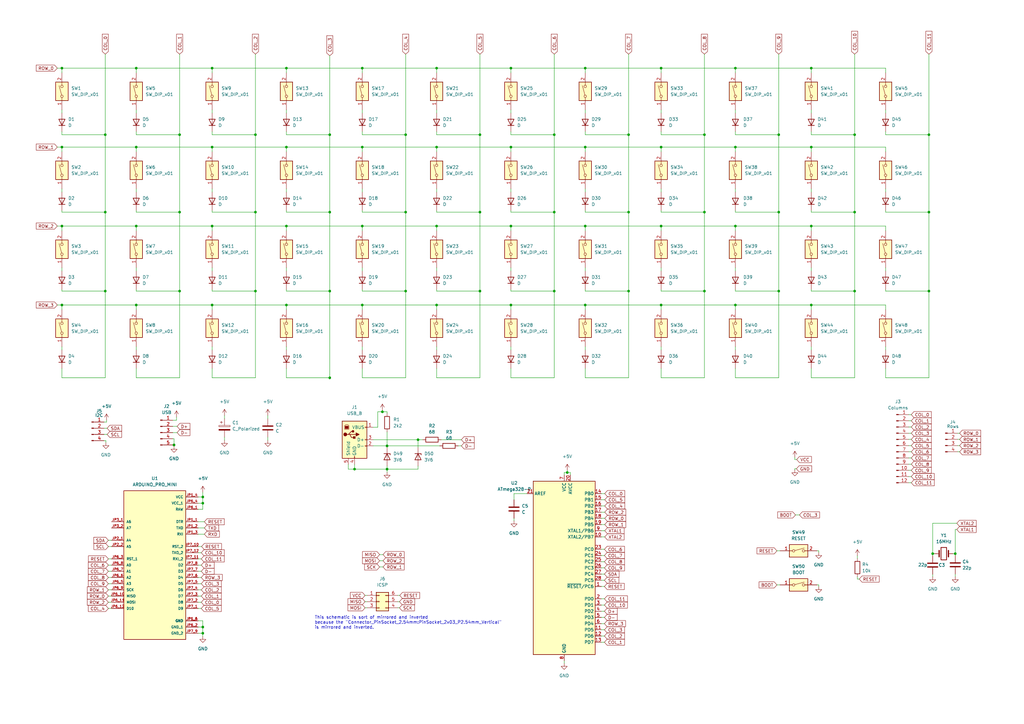
<source format=kicad_sch>
(kicad_sch (version 20211123) (generator eeschema)
  (paper "A3")
  (junction (at 25.4 92.71))
  (junction (at 332.74 92.71))
  (junction (at 209.55 60.325))
  (junction (at 179.07 125.095))
  (junction (at 271.145 27.94))
  (junction (at 227.33 86.995))
  (junction (at 55.88 60.325))
  (junction (at 86.995 125.095))
  (junction (at 319.405 119.38))
  (junction (at 166.37 55.245))
  (junction (at 301.625 27.94))
  (junction (at 209.55 125.095))
  (junction (at 257.81 55.245))
  (junction (at 288.925 119.38))
  (junction (at 271.145 125.095))
  (junction (at 271.145 92.71))
  (junction (at 158.75 182.88))
  (junction (at 55.88 92.71))
  (junction (at 240.03 60.325))
  (junction (at 117.475 92.71))
  (junction (at 179.07 27.94))
  (junction (at 350.52 86.995))
  (junction (at 25.4 27.94))
  (junction (at 135.255 119.38))
  (junction (at 288.925 55.245))
  (junction (at 240.03 27.94))
  (junction (at 148.59 125.095))
  (junction (at 117.475 125.095))
  (junction (at 240.03 92.71))
  (junction (at 25.4 125.095))
  (junction (at 271.145 60.325))
  (junction (at 83.185 206.375))
  (junction (at 83.185 203.835))
  (junction (at 332.74 27.94))
  (junction (at 332.74 60.325))
  (junction (at 135.255 86.995))
  (junction (at 55.88 125.095))
  (junction (at 381 55.245))
  (junction (at 86.995 92.71))
  (junction (at 25.4 60.325))
  (junction (at 179.07 92.71))
  (junction (at 227.33 55.245))
  (junction (at 148.59 60.325))
  (junction (at 135.255 154.94))
  (junction (at 73.66 86.995))
  (junction (at 117.475 60.325))
  (junction (at 148.59 27.94))
  (junction (at 232.664 193.802))
  (junction (at 43.18 119.38))
  (junction (at 391.795 227.076))
  (junction (at 196.85 119.38))
  (junction (at 209.55 27.94))
  (junction (at 350.52 55.245))
  (junction (at 350.52 119.38))
  (junction (at 117.475 27.94))
  (junction (at 71.374 182.499))
  (junction (at 301.625 125.095))
  (junction (at 145.415 192.405))
  (junction (at 158.75 192.405))
  (junction (at 83.185 259.715))
  (junction (at 166.37 119.38))
  (junction (at 288.925 86.995))
  (junction (at 83.185 257.175))
  (junction (at 257.81 119.38))
  (junction (at 179.07 60.325))
  (junction (at 301.625 60.325))
  (junction (at 381 119.38))
  (junction (at 86.995 27.94))
  (junction (at 166.37 86.995))
  (junction (at 381 86.995))
  (junction (at 319.405 86.995))
  (junction (at 301.625 92.71))
  (junction (at 171.45 180.34))
  (junction (at 73.66 119.38))
  (junction (at 43.18 86.995))
  (junction (at 382.524 227.076))
  (junction (at 240.03 125.095))
  (junction (at 196.85 86.995))
  (junction (at 86.995 60.325))
  (junction (at 209.55 92.71))
  (junction (at 43.18 55.245))
  (junction (at 257.81 86.995))
  (junction (at 55.88 27.94))
  (junction (at 73.66 55.245))
  (junction (at 332.74 125.095))
  (junction (at 196.85 55.245))
  (junction (at 319.405 55.245))
  (junction (at 104.775 119.38))
  (junction (at 148.59 92.71))
  (junction (at 227.33 119.38))
  (junction (at 135.255 55.245))
  (junction (at 104.775 86.995))
  (junction (at 104.775 55.245))
  (junction (at 156.845 168.91))
  (wire (pts (xy 271.145 92.71) (xy 301.625 92.71)))
  (wire (pts (xy 72.39 171.069) (xy 72.39 172.339)))
  (wire (pts (xy 83.185 259.715) (xy 83.185 260.985)))
  (wire (pts (xy 326.263 211.201) (xy 327.914 211.201)))
  (wire (pts (xy 271.145 109.855) (xy 271.145 111.125)))
  (wire (pts (xy 44.45 221.615) (xy 45.72 221.615)))
  (wire (pts (xy 86.995 27.94) (xy 86.995 29.845)))
  (wire (pts (xy 209.55 45.085) (xy 209.55 46.355)))
  (wire (pts (xy 44.45 247.015) (xy 45.72 247.015)))
  (wire (pts (xy 43.18 22.225) (xy 43.18 55.245)))
  (wire (pts (xy 332.74 60.325) (xy 332.74 62.23)))
  (wire (pts (xy 86.995 60.325) (xy 117.475 60.325)))
  (wire (pts (xy 301.625 53.975) (xy 301.625 55.245)))
  (wire (pts (xy 301.625 154.94) (xy 319.405 154.94)))
  (wire (pts (xy 117.475 27.94) (xy 117.475 29.845)))
  (wire (pts (xy 86.995 109.855) (xy 86.995 111.125)))
  (wire (pts (xy 350.52 22.225) (xy 350.52 55.245)))
  (wire (pts (xy 381 119.38) (xy 381 154.94)))
  (wire (pts (xy 246.634 202.438) (xy 248.031 202.438)))
  (wire (pts (xy 240.03 27.94) (xy 271.145 27.94)))
  (wire (pts (xy 372.745 175.133) (xy 373.761 175.133)))
  (wire (pts (xy 86.995 125.095) (xy 86.995 127)))
  (wire (pts (xy 81.28 216.535) (xy 83.82 216.535)))
  (wire (pts (xy 271.145 53.975) (xy 271.145 55.245)))
  (wire (pts (xy 301.625 86.36) (xy 301.625 86.995)))
  (wire (pts (xy 227.33 22.225) (xy 227.33 55.245)))
  (wire (pts (xy 71.374 179.959) (xy 71.374 182.499)))
  (wire (pts (xy 372.745 197.993) (xy 373.761 197.993)))
  (wire (pts (xy 363.22 86.36) (xy 363.22 86.995)))
  (wire (pts (xy 81.28 249.555) (xy 82.55 249.555)))
  (wire (pts (xy 148.59 125.095) (xy 179.07 125.095)))
  (wire (pts (xy 240.03 53.975) (xy 240.03 55.245)))
  (wire (pts (xy 117.475 119.38) (xy 135.255 119.38)))
  (wire (pts (xy 86.995 77.47) (xy 86.995 78.74)))
  (wire (pts (xy 363.22 118.745) (xy 363.22 119.38)))
  (wire (pts (xy 55.88 27.94) (xy 86.995 27.94)))
  (wire (pts (xy 216.154 202.438) (xy 210.82 202.438)))
  (wire (pts (xy 81.28 231.775) (xy 82.55 231.775)))
  (wire (pts (xy 246.634 263.398) (xy 247.904 263.398)))
  (wire (pts (xy 171.45 191.135) (xy 171.45 192.405)))
  (wire (pts (xy 209.55 154.94) (xy 227.33 154.94)))
  (wire (pts (xy 271.145 92.71) (xy 271.145 94.615)))
  (wire (pts (xy 257.81 22.225) (xy 257.81 55.245)))
  (wire (pts (xy 332.74 45.085) (xy 332.74 46.355)))
  (wire (pts (xy 70.866 182.499) (xy 71.374 182.499)))
  (wire (pts (xy 232.664 192.913) (xy 232.664 193.802)))
  (wire (pts (xy 326.009 192.278) (xy 326.009 192.659)))
  (wire (pts (xy 350.52 119.38) (xy 350.52 154.94)))
  (wire (pts (xy 25.4 27.94) (xy 55.88 27.94)))
  (wire (pts (xy 209.55 53.975) (xy 209.55 55.245)))
  (wire (pts (xy 55.88 154.94) (xy 73.66 154.94)))
  (wire (pts (xy 117.475 55.245) (xy 135.255 55.245)))
  (wire (pts (xy 247.904 237.998) (xy 246.634 237.998)))
  (wire (pts (xy 332.74 55.245) (xy 350.52 55.245)))
  (wire (pts (xy 209.55 92.71) (xy 240.03 92.71)))
  (wire (pts (xy 44.45 249.555) (xy 45.72 249.555)))
  (wire (pts (xy 363.22 55.245) (xy 381 55.245)))
  (wire (pts (xy 179.07 125.095) (xy 209.55 125.095)))
  (wire (pts (xy 332.74 27.94) (xy 332.74 29.845)))
  (wire (pts (xy 391.795 217.17) (xy 391.795 227.076)))
  (wire (pts (xy 372.745 190.373) (xy 373.761 190.373)))
  (wire (pts (xy 209.55 119.38) (xy 227.33 119.38)))
  (wire (pts (xy 55.88 86.995) (xy 73.66 86.995)))
  (wire (pts (xy 23.495 60.325) (xy 25.4 60.325)))
  (wire (pts (xy 209.55 86.36) (xy 209.55 86.995)))
  (wire (pts (xy 149.733 244.221) (xy 150.495 244.221)))
  (wire (pts (xy 148.59 60.325) (xy 179.07 60.325)))
  (wire (pts (xy 117.475 45.085) (xy 117.475 46.355)))
  (wire (pts (xy 83.185 203.835) (xy 83.185 206.375)))
  (wire (pts (xy 148.59 109.855) (xy 148.59 111.125)))
  (wire (pts (xy 70.866 179.959) (xy 71.374 179.959)))
  (wire (pts (xy 209.55 142.24) (xy 209.55 143.51)))
  (wire (pts (xy 86.995 60.325) (xy 86.995 62.23)))
  (wire (pts (xy 42.672 178.181) (xy 43.942 178.181)))
  (wire (pts (xy 288.925 119.38) (xy 288.925 154.94)))
  (wire (pts (xy 117.475 125.095) (xy 148.59 125.095)))
  (wire (pts (xy 55.88 55.245) (xy 73.66 55.245)))
  (wire (pts (xy 55.88 86.36) (xy 55.88 86.995)))
  (wire (pts (xy 240.03 45.085) (xy 240.03 46.355)))
  (wire (pts (xy 332.74 86.995) (xy 350.52 86.995)))
  (wire (pts (xy 301.625 60.325) (xy 332.74 60.325)))
  (wire (pts (xy 155.702 229.997) (xy 157.099 229.997)))
  (wire (pts (xy 301.625 119.38) (xy 319.405 119.38)))
  (wire (pts (xy 240.03 119.38) (xy 257.81 119.38)))
  (wire (pts (xy 381 55.245) (xy 381 86.995)))
  (wire (pts (xy 166.37 119.38) (xy 166.37 154.94)))
  (wire (pts (xy 246.634 207.518) (xy 248.031 207.518)))
  (wire (pts (xy 171.45 180.34) (xy 173.355 180.34)))
  (wire (pts (xy 117.475 154.94) (xy 135.255 154.94)))
  (wire (pts (xy 392.811 177.673) (xy 393.573 177.673)))
  (wire (pts (xy 117.475 125.095) (xy 117.475 127)))
  (wire (pts (xy 301.625 27.94) (xy 332.74 27.94)))
  (wire (pts (xy 70.866 177.419) (xy 72.644 177.419)))
  (wire (pts (xy 179.07 109.855) (xy 179.07 111.125)))
  (wire (pts (xy 86.995 142.24) (xy 86.995 143.51)))
  (wire (pts (xy 148.59 86.995) (xy 166.37 86.995)))
  (wire (pts (xy 148.59 92.71) (xy 148.59 94.615)))
  (wire (pts (xy 104.775 119.38) (xy 104.775 154.94)))
  (wire (pts (xy 109.855 179.324) (xy 109.855 180.594)))
  (wire (pts (xy 271.145 60.325) (xy 271.145 62.23)))
  (wire (pts (xy 179.07 27.94) (xy 209.55 27.94)))
  (wire (pts (xy 25.4 109.855) (xy 25.4 111.125)))
  (wire (pts (xy 25.4 60.325) (xy 25.4 62.23)))
  (wire (pts (xy 332.74 86.36) (xy 332.74 86.995)))
  (wire (pts (xy 117.475 109.855) (xy 117.475 111.125)))
  (wire (pts (xy 163.195 246.761) (xy 163.83 246.761)))
  (wire (pts (xy 350.52 86.995) (xy 350.52 119.38)))
  (wire (pts (xy 158.75 177.165) (xy 158.75 182.88)))
  (wire (pts (xy 135.255 55.245) (xy 135.255 86.995)))
  (wire (pts (xy 25.4 53.975) (xy 25.4 55.245)))
  (wire (pts (xy 390.906 227.076) (xy 391.795 227.076)))
  (wire (pts (xy 392.811 182.753) (xy 393.573 182.753)))
  (wire (pts (xy 209.55 92.71) (xy 209.55 94.615)))
  (wire (pts (xy 301.625 86.995) (xy 319.405 86.995)))
  (wire (pts (xy 117.475 154.94) (xy 117.475 151.13)))
  (wire (pts (xy 196.85 55.245) (xy 196.85 86.995)))
  (wire (pts (xy 55.88 92.71) (xy 86.995 92.71)))
  (wire (pts (xy 156.845 168.91) (xy 158.75 168.91)))
  (wire (pts (xy 25.4 119.38) (xy 43.18 119.38)))
  (wire (pts (xy 166.37 22.225) (xy 166.37 55.245)))
  (wire (pts (xy 83.185 254.635) (xy 83.185 257.175)))
  (wire (pts (xy 153.035 180.34) (xy 171.45 180.34)))
  (wire (pts (xy 271.145 125.095) (xy 271.145 127)))
  (wire (pts (xy 209.55 125.095) (xy 209.55 127)))
  (wire (pts (xy 179.07 53.975) (xy 179.07 55.245)))
  (wire (pts (xy 351.663 237.49) (xy 352.425 237.49)))
  (wire (pts (xy 25.4 86.995) (xy 43.18 86.995)))
  (wire (pts (xy 135.255 119.38) (xy 135.255 154.94)))
  (wire (pts (xy 81.28 226.695) (xy 82.55 226.695)))
  (wire (pts (xy 86.995 55.245) (xy 104.775 55.245)))
  (wire (pts (xy 381 86.995) (xy 381 119.38)))
  (wire (pts (xy 392.43 214.63) (xy 382.524 214.63)))
  (wire (pts (xy 43.688 173.101) (xy 43.688 172.339)))
  (wire (pts (xy 246.634 230.378) (xy 247.904 230.378)))
  (wire (pts (xy 301.625 27.94) (xy 301.625 29.845)))
  (wire (pts (xy 166.37 55.245) (xy 166.37 86.995)))
  (wire (pts (xy 55.88 60.325) (xy 55.88 62.23)))
  (wire (pts (xy 288.925 86.995) (xy 288.925 119.38)))
  (wire (pts (xy 92.075 170.434) (xy 92.075 171.704)))
  (wire (pts (xy 372.745 170.053) (xy 373.761 170.053)))
  (wire (pts (xy 25.4 60.325) (xy 55.88 60.325)))
  (wire (pts (xy 372.745 185.293) (xy 373.761 185.293)))
  (wire (pts (xy 44.45 241.935) (xy 45.72 241.935)))
  (wire (pts (xy 271.145 27.94) (xy 301.625 27.94)))
  (wire (pts (xy 372.745 172.593) (xy 373.761 172.593)))
  (wire (pts (xy 363.22 125.095) (xy 363.22 127)))
  (wire (pts (xy 25.4 125.095) (xy 55.88 125.095)))
  (wire (pts (xy 158.75 182.88) (xy 180.34 182.88)))
  (wire (pts (xy 73.66 119.38) (xy 73.66 154.94)))
  (wire (pts (xy 179.07 27.94) (xy 179.07 29.845)))
  (wire (pts (xy 246.634 212.598) (xy 248.031 212.598)))
  (wire (pts (xy 117.475 118.745) (xy 117.475 119.38)))
  (wire (pts (xy 382.524 227.965) (xy 382.524 227.076)))
  (wire (pts (xy 148.59 60.325) (xy 148.59 62.23)))
  (wire (pts (xy 81.28 213.995) (xy 83.82 213.995)))
  (wire (pts (xy 332.74 92.71) (xy 332.74 94.615)))
  (wire (pts (xy 55.88 77.47) (xy 55.88 78.74)))
  (wire (pts (xy 240.03 154.94) (xy 240.03 151.13)))
  (wire (pts (xy 301.625 125.095) (xy 332.74 125.095)))
  (wire (pts (xy 179.07 125.095) (xy 179.07 127)))
  (wire (pts (xy 240.03 92.71) (xy 271.145 92.71)))
  (wire (pts (xy 104.775 55.245) (xy 104.775 86.995)))
  (wire (pts (xy 363.22 77.47) (xy 363.22 78.74)))
  (wire (pts (xy 148.59 77.47) (xy 148.59 78.74)))
  (wire (pts (xy 55.88 125.095) (xy 55.88 127)))
  (wire (pts (xy 149.733 249.301) (xy 150.495 249.301)))
  (wire (pts (xy 179.07 45.085) (xy 179.07 46.355)))
  (wire (pts (xy 154.94 175.26) (xy 153.035 175.26)))
  (wire (pts (xy 363.22 86.995) (xy 381 86.995)))
  (wire (pts (xy 240.03 27.94) (xy 240.03 29.845)))
  (wire (pts (xy 196.85 119.38) (xy 196.85 154.94)))
  (wire (pts (xy 232.664 193.802) (xy 231.394 193.802)))
  (wire (pts (xy 42.672 173.101) (xy 43.688 173.101)))
  (wire (pts (xy 148.59 27.94) (xy 179.07 27.94)))
  (wire (pts (xy 332.74 142.24) (xy 332.74 143.51)))
  (wire (pts (xy 271.145 60.325) (xy 301.625 60.325)))
  (wire (pts (xy 148.59 92.71) (xy 179.07 92.71)))
  (wire (pts (xy 301.625 125.095) (xy 301.625 127)))
  (wire (pts (xy 209.55 109.855) (xy 209.55 111.125)))
  (wire (pts (xy 117.475 53.975) (xy 117.475 55.245)))
  (wire (pts (xy 372.745 182.753) (xy 373.761 182.753)))
  (wire (pts (xy 196.85 86.995) (xy 196.85 119.38)))
  (wire (pts (xy 319.405 86.995) (xy 319.405 119.38)))
  (wire (pts (xy 148.59 27.94) (xy 148.59 29.845)))
  (wire (pts (xy 240.03 55.245) (xy 257.81 55.245)))
  (wire (pts (xy 271.145 118.745) (xy 271.145 119.38)))
  (wire (pts (xy 246.634 227.838) (xy 247.904 227.838)))
  (wire (pts (xy 73.66 86.995) (xy 73.66 119.38)))
  (wire (pts (xy 246.634 245.618) (xy 247.904 245.618)))
  (wire (pts (xy 81.28 247.015) (xy 82.55 247.015)))
  (wire (pts (xy 163.195 244.221) (xy 163.957 244.221)))
  (wire (pts (xy 332.74 125.095) (xy 332.74 127)))
  (wire (pts (xy 246.634 225.298) (xy 247.904 225.298)))
  (wire (pts (xy 246.634 248.158) (xy 247.904 248.158)))
  (wire (pts (xy 55.88 118.745) (xy 55.88 119.38)))
  (wire (pts (xy 43.18 55.245) (xy 43.18 86.995)))
  (wire (pts (xy 271.145 86.995) (xy 288.925 86.995)))
  (wire (pts (xy 257.81 55.245) (xy 257.81 86.995)))
  (wire (pts (xy 350.52 55.245) (xy 350.52 86.995)))
  (wire (pts (xy 81.28 241.935) (xy 82.55 241.935)))
  (wire (pts (xy 44.45 239.395) (xy 45.72 239.395)))
  (wire (pts (xy 86.995 92.71) (xy 117.475 92.71)))
  (wire (pts (xy 155.702 227.457) (xy 157.099 227.457)))
  (wire (pts (xy 392.811 185.293) (xy 393.573 185.293)))
  (wire (pts (xy 43.18 86.995) (xy 43.18 119.38)))
  (wire (pts (xy 271.145 142.24) (xy 271.145 143.51)))
  (wire (pts (xy 392.811 180.213) (xy 393.573 180.213)))
  (wire (pts (xy 117.475 92.71) (xy 148.59 92.71)))
  (wire (pts (xy 271.145 119.38) (xy 288.925 119.38)))
  (wire (pts (xy 148.59 55.245) (xy 166.37 55.245)))
  (wire (pts (xy 149.733 246.761) (xy 150.495 246.761)))
  (wire (pts (xy 301.625 45.085) (xy 301.625 46.355)))
  (wire (pts (xy 381 22.225) (xy 381 55.245)))
  (wire (pts (xy 233.934 193.802) (xy 232.664 193.802)))
  (wire (pts (xy 335.153 225.933) (xy 335.788 225.933)))
  (wire (pts (xy 372.745 180.213) (xy 373.761 180.213)))
  (wire (pts (xy 209.55 125.095) (xy 240.03 125.095)))
  (wire (pts (xy 117.475 92.71) (xy 117.475 94.615)))
  (wire (pts (xy 209.55 60.325) (xy 209.55 62.23)))
  (wire (pts (xy 81.28 234.315) (xy 82.55 234.315)))
  (wire (pts (xy 25.4 92.71) (xy 25.4 94.615)))
  (wire (pts (xy 301.625 109.855) (xy 301.625 111.125)))
  (wire (pts (xy 332.74 154.94) (xy 332.74 151.13)))
  (wire (pts (xy 288.925 22.225) (xy 288.925 55.245)))
  (wire (pts (xy 158.75 192.405) (xy 158.75 193.675)))
  (wire (pts (xy 81.28 224.155) (xy 82.677 224.155)))
  (wire (pts (xy 246.634 220.218) (xy 248.031 220.218)))
  (wire (pts (xy 135.255 86.995) (xy 135.255 119.38)))
  (wire (pts (xy 25.4 154.94) (xy 25.4 151.13)))
  (wire (pts (xy 83.185 257.175) (xy 83.185 259.715)))
  (wire (pts (xy 240.03 92.71) (xy 240.03 94.615)))
  (wire (pts (xy 171.45 192.405) (xy 158.75 192.405)))
  (wire (pts (xy 209.55 118.745) (xy 209.55 119.38)))
  (wire (pts (xy 117.475 27.94) (xy 148.59 27.94)))
  (wire (pts (xy 351.663 227.965) (xy 351.663 228.981)))
  (wire (pts (xy 271.145 125.095) (xy 301.625 125.095)))
  (wire (pts (xy 209.55 27.94) (xy 240.03 27.94)))
  (wire (pts (xy 271.145 86.36) (xy 271.145 86.995)))
  (wire (pts (xy 81.28 257.175) (xy 83.185 257.175)))
  (wire (pts (xy 301.625 60.325) (xy 301.625 62.23)))
  (wire (pts (xy 363.22 60.325) (xy 363.22 62.23)))
  (wire (pts (xy 231.394 193.802) (xy 231.394 194.818)))
  (wire (pts (xy 246.634 250.698) (xy 247.904 250.698)))
  (wire (pts (xy 155.702 232.537) (xy 157.099 232.537)))
  (wire (pts (xy 332.74 27.94) (xy 363.22 27.94)))
  (wire (pts (xy 363.22 109.855) (xy 363.22 111.125)))
  (wire (pts (xy 55.88 60.325) (xy 86.995 60.325)))
  (wire (pts (xy 81.28 239.395) (xy 82.55 239.395)))
  (wire (pts (xy 142.875 192.405) (xy 142.875 190.5)))
  (wire (pts (xy 154.94 168.91) (xy 156.845 168.91)))
  (wire (pts (xy 332.74 92.71) (xy 363.22 92.71)))
  (wire (pts (xy 240.03 77.47) (xy 240.03 78.74)))
  (wire (pts (xy 44.45 231.775) (xy 45.72 231.775)))
  (wire (pts (xy 86.995 92.71) (xy 86.995 94.615)))
  (wire (pts (xy 391.795 227.076) (xy 391.795 227.838)))
  (wire (pts (xy 240.03 125.095) (xy 271.145 125.095)))
  (wire (pts (xy 246.634 210.058) (xy 248.031 210.058)))
  (wire (pts (xy 332.74 154.94) (xy 350.52 154.94)))
  (wire (pts (xy 81.28 219.075) (xy 83.82 219.075)))
  (wire (pts (xy 246.634 232.918) (xy 247.904 232.918)))
  (wire (pts (xy 301.625 118.745) (xy 301.625 119.38)))
  (wire (pts (xy 25.4 55.245) (xy 43.18 55.245)))
  (wire (pts (xy 271.145 27.94) (xy 271.145 29.845)))
  (wire (pts (xy 301.625 92.71) (xy 332.74 92.71)))
  (wire (pts (xy 301.625 92.71) (xy 301.625 94.615)))
  (wire (pts (xy 372.745 195.453) (xy 373.761 195.453)))
  (wire (pts (xy 148.59 142.24) (xy 148.59 143.51)))
  (wire (pts (xy 246.634 258.318) (xy 247.904 258.318)))
  (wire (pts (xy 148.59 53.975) (xy 148.59 55.245)))
  (wire (pts (xy 158.75 192.405) (xy 145.415 192.405)))
  (wire (pts (xy 363.22 154.94) (xy 381 154.94)))
  (wire (pts (xy 55.88 45.085) (xy 55.88 46.355)))
  (wire (pts (xy 326.644 192.278) (xy 326.009 192.278)))
  (wire (pts (xy 154.94 168.91) (xy 154.94 175.26)))
  (wire (pts (xy 179.07 55.245) (xy 196.85 55.245)))
  (wire (pts (xy 148.59 86.36) (xy 148.59 86.995)))
  (wire (pts (xy 73.66 55.245) (xy 73.66 86.995)))
  (wire (pts (xy 171.45 180.34) (xy 171.45 183.515)))
  (wire (pts (xy 55.88 119.38) (xy 73.66 119.38)))
  (wire (pts (xy 318.643 239.903) (xy 319.913 239.903)))
  (wire (pts (xy 363.22 92.71) (xy 363.22 94.615)))
  (wire (pts (xy 332.74 125.095) (xy 363.22 125.095)))
  (wire (pts (xy 332.74 53.975) (xy 332.74 55.245)))
  (wire (pts (xy 209.55 60.325) (xy 240.03 60.325)))
  (wire (pts (xy 86.995 27.94) (xy 117.475 27.94)))
  (wire (pts (xy 43.434 180.721) (xy 43.434 181.483)))
  (wire (pts (xy 301.625 55.245) (xy 319.405 55.245)))
  (wire (pts (xy 25.4 92.71) (xy 55.88 92.71)))
  (wire (pts (xy 209.55 154.94) (xy 209.55 151.13)))
  (wire (pts (xy 240.03 125.095) (xy 240.03 127)))
  (wire (pts (xy 44.45 244.475) (xy 45.72 244.475)))
  (wire (pts (xy 233.934 194.818) (xy 233.934 193.802)))
  (wire (pts (xy 196.85 22.225) (xy 196.85 55.245)))
  (wire (pts (xy 81.28 229.235) (xy 82.55 229.235)))
  (wire (pts (xy 25.4 27.94) (xy 25.4 29.845)))
  (wire (pts (xy 25.4 118.745) (xy 25.4 119.38)))
  (wire (pts (xy 231.394 271.018) (xy 231.394 272.034)))
  (wire (pts (xy 23.495 27.94) (xy 25.4 27.94)))
  (wire (pts (xy 332.74 118.745) (xy 332.74 119.38)))
  (wire (pts (xy 372.745 177.673) (xy 373.761 177.673)))
  (wire (pts (xy 246.634 255.778) (xy 247.904 255.778)))
  (wire (pts (xy 148.59 125.095) (xy 148.59 127)))
  (wire (pts (xy 246.634 260.858) (xy 247.904 260.858)))
  (wire (pts (xy 240.03 154.94) (xy 257.81 154.94)))
  (wire (pts (xy 179.07 154.94) (xy 196.85 154.94)))
  (wire (pts (xy 86.995 45.085) (xy 86.995 46.355)))
  (wire (pts (xy 44.45 236.855) (xy 45.72 236.855)))
  (wire (pts (xy 363.22 53.975) (xy 363.22 55.245)))
  (wire (pts (xy 246.634 215.138) (xy 248.031 215.138)))
  (wire (pts (xy 86.995 53.975) (xy 86.995 55.245)))
  (wire (pts (xy 55.88 125.095) (xy 86.995 125.095)))
  (wire (pts (xy 104.775 86.995) (xy 104.775 119.38)))
  (wire (pts (xy 148.59 154.94) (xy 166.37 154.94)))
  (wire (pts (xy 363.22 154.94) (xy 363.22 151.13)))
  (wire (pts (xy 86.995 154.94) (xy 86.995 151.13)))
  (wire (pts (xy 81.28 236.855) (xy 82.55 236.855)))
  (wire (pts (xy 332.74 109.855) (xy 332.74 111.125)))
  (wire (pts (xy 257.81 86.995) (xy 257.81 119.38)))
  (wire (pts (xy 179.07 60.325) (xy 209.55 60.325)))
  (wire (pts (xy 81.28 254.635) (xy 83.185 254.635)))
  (wire (pts (xy 43.18 119.38) (xy 43.18 154.94)))
  (wire (pts (xy 319.405 55.245) (xy 319.405 86.995)))
  (wire (pts (xy 271.145 154.94) (xy 288.925 154.94)))
  (wire (pts (xy 179.07 86.36) (xy 179.07 86.995)))
  (wire (pts (xy 42.672 175.641) (xy 43.942 175.641)))
  (wire (pts (xy 210.82 212.598) (xy 210.82 213.614)))
  (wire (pts (xy 179.07 154.94) (xy 179.07 151.13)))
  (wire (pts (xy 153.035 182.88) (xy 158.75 182.88)))
  (wire (pts (xy 372.745 187.833) (xy 373.761 187.833)))
  (wire (pts (xy 240.03 86.995) (xy 257.81 86.995)))
  (wire (pts (xy 332.74 60.325) (xy 363.22 60.325)))
  (wire (pts (xy 86.995 118.745) (xy 86.995 119.38)))
  (wire (pts (xy 271.145 55.245) (xy 288.925 55.245)))
  (wire (pts (xy 209.55 77.47) (xy 209.55 78.74)))
  (wire (pts (xy 25.4 154.94) (xy 43.18 154.94)))
  (wire (pts (xy 179.07 118.745) (xy 179.07 119.38)))
  (wire (pts (xy 209.55 86.995) (xy 227.33 86.995)))
  (wire (pts (xy 363.22 27.94) (xy 363.22 29.845)))
  (wire (pts (xy 23.495 92.71) (xy 25.4 92.71)))
  (wire (pts (xy 148.59 118.745) (xy 148.59 119.38)))
  (wire (pts (xy 240.03 118.745) (xy 240.03 119.38)))
  (wire (pts (xy 81.28 203.835) (xy 83.185 203.835)))
  (wire (pts (xy 187.96 182.88) (xy 189.23 182.88)))
  (wire (pts (xy 23.495 125.095) (xy 25.4 125.095)))
  (wire (pts (xy 240.03 142.24) (xy 240.03 143.51)))
  (wire (pts (xy 81.28 259.715) (xy 83.185 259.715)))
  (wire (pts (xy 117.475 142.24) (xy 117.475 143.51)))
  (wire (pts (xy 301.625 77.47) (xy 301.625 78.74)))
  (wire (pts (xy 25.4 77.47) (xy 25.4 78.74)))
  (wire (pts (xy 117.475 86.36) (xy 117.475 86.995)))
  (wire (pts (xy 145.415 190.5) (xy 145.415 192.405)))
  (wire (pts (xy 83.185 206.375) (xy 83.185 208.915)))
  (wire (pts (xy 135.255 154.94) (xy 135.255 155.575)))
  (wire (pts (xy 117.475 86.995) (xy 135.255 86.995)))
  (wire (pts (xy 156.845 168.275) (xy 156.845 168.91)))
  (wire (pts (xy 332.74 77.47) (xy 332.74 78.74)))
  (wire (pts (xy 179.07 60.325) (xy 179.07 62.23)))
  (wire (pts (xy 363.22 45.085) (xy 363.22 46.355)))
  (wire (pts (xy 70.866 174.879) (xy 72.644 174.879)))
  (wire (pts (xy 166.37 86.995) (xy 166.37 119.38)))
  (wire (pts (xy 257.81 119.38) (xy 257.81 154.94)))
  (wire (pts (xy 81.28 244.475) (xy 82.55 244.475)))
  (wire (pts (xy 92.075 179.324) (xy 92.075 180.594)))
  (wire (pts (xy 271.145 45.085) (xy 271.145 46.355)))
  (wire (pts (xy 73.66 22.225) (xy 73.66 55.245)))
  (wire (pts (xy 227.33 86.995) (xy 227.33 119.38)))
  (wire (pts (xy 240.03 109.855) (xy 240.03 111.125)))
  (wire (pts (xy 382.524 227.076) (xy 383.286 227.076)))
  (wire (pts (xy 55.88 27.94) (xy 55.88 29.845)))
  (wire (pts (xy 25.4 125.095) (xy 25.4 127)))
  (wire (pts (xy 335.788 225.933) (xy 335.788 226.568)))
  (wire (pts (xy 25.4 142.24) (xy 25.4 143.51)))
  (wire (pts (xy 332.74 119.38) (xy 350.52 119.38)))
  (wire (pts (xy 25.4 86.36) (xy 25.4 86.995)))
  (wire (pts (xy 391.795 235.458) (xy 391.795 236.474)))
  (wire (pts (xy 109.855 170.434) (xy 109.855 171.704)))
  (wire (pts (xy 335.153 239.903) (xy 335.788 239.903)))
  (wire (pts (xy 179.07 92.71) (xy 209.55 92.71)))
  (wire (pts (xy 158.75 168.91) (xy 158.75 169.545)))
  (wire (pts (xy 363.22 119.38) (xy 381 119.38)))
  (wire (pts (xy 246.634 217.678) (xy 248.031 217.678)))
  (wire (pts (xy 117.475 60.325) (xy 117.475 62.23)))
  (wire (pts (xy 301.625 142.24) (xy 301.625 143.51)))
  (wire (pts (xy 44.45 224.155) (xy 45.72 224.155)))
  (wire (pts (xy 179.07 92.71) (xy 179.07 94.615)))
  (wire (pts (xy 301.625 154.94) (xy 301.625 151.13)))
  (wire (pts (xy 240.03 60.325) (xy 271.145 60.325)))
  (wire (pts (xy 83.185 201.93) (xy 83.185 203.835)))
  (wire (pts (xy 158.75 182.88) (xy 158.75 183.515)))
  (wire (pts (xy 83.185 208.915) (xy 81.28 208.915)))
  (wire (pts (xy 117.475 60.325) (xy 148.59 60.325)))
  (wire (pts (xy 271.145 77.47) (xy 271.145 78.74)))
  (wire (pts (xy 135.255 22.86) (xy 135.255 55.245)))
  (wire (pts (xy 227.33 55.245) (xy 227.33 86.995)))
  (wire (pts (xy 227.33 119.38) (xy 227.33 154.94)))
  (wire (pts (xy 86.995 154.94) (xy 104.775 154.94)))
  (wire (pts (xy 326.009 187.579) (xy 326.009 188.468)))
  (wire (pts (xy 55.88 53.975) (xy 55.88 55.245)))
  (wire (pts (xy 382.524 214.63) (xy 382.524 227.076)))
  (wire (pts (xy 319.405 22.225) (xy 319.405 55.245)))
  (wire (pts (xy 351.663 236.601) (xy 351.663 237.49)))
  (wire (pts (xy 246.634 240.538) (xy 247.904 240.538)))
  (wire (pts (xy 318.643 225.933) (xy 319.913 225.933)))
  (wire (pts (xy 210.82 202.438) (xy 210.82 204.978)))
  (wire (pts (xy 117.475 77.47) (xy 117.475 78.74)))
  (wire (pts (xy 326.009 188.468) (xy 326.771 188.468)))
  (wire (pts (xy 179.07 119.38) (xy 196.85 119.38)))
  (wire (pts (xy 71.374 182.499) (xy 71.374 183.007)))
  (wire (pts (xy 179.07 77.47) (xy 179.07 78.74)))
  (wire (pts (xy 372.745 192.913) (xy 373.761 192.913)))
  (wire (pts (xy 209.55 27.94) (xy 209.55 29.845)))
  (wire (pts (xy 363.22 142.24) (xy 363.22 143.51)))
  (wire (pts (xy 44.45 234.315) (xy 45.72 234.315)))
  (wire (pts (xy 104.775 22.225) (xy 104.775 55.245)))
  (wire (pts (xy 81.28 206.375) (xy 83.185 206.375)))
  (wire (pts (xy 42.672 180.721) (xy 43.434 180.721)))
  (wire (pts (xy 247.904 235.458) (xy 246.634 235.458)))
  (wire (pts (xy 44.45 229.235) (xy 45.72 229.235)))
  (wire (pts (xy 180.975 180.34) (xy 189.23 180.34)))
  (wire (pts (xy 240.03 60.325) (xy 240.03 62.23)))
  (wire (pts (xy 148.59 154.94) (xy 148.59 151.13)))
  (wire (pts (xy 86.995 125.095) (xy 117.475 125.095)))
  (wire (pts (xy 288.925 55.245) (xy 288.925 86.995)))
  (wire (pts (xy 246.634 253.238) (xy 247.904 253.238)))
  (wire (pts (xy 209.55 55.245) (xy 227.33 55.245)))
  (wire (pts (xy 148.59 45.085) (xy 148.59 46.355)))
  (wire (pts (xy 148.59 119.38) (xy 166.37 119.38)))
  (wire (pts (xy 55.88 154.94) (xy 55.88 151.13)))
  (wire (pts (xy 25.4 45.085) (xy 25.4 46.355)))
  (wire (pts (xy 86.995 119.38) (xy 104.775 119.38)))
  (wire (pts (xy 246.634 204.978) (xy 248.031 204.978)))
  (wire (pts (xy 271.145 154.94) (xy 271.145 151.13)))
  (wire (pts (xy 145.415 192.405) (xy 142.875 192.405)))
  (wire (pts (xy 158.75 191.135) (xy 158.75 192.405)))
  (wire (pts (xy 319.405 119.38) (xy 319.405 154.94)))
  (wire (pts (xy 163.195 249.301) (xy 163.83 249.301)))
  (wire (pts (xy 55.88 109.855) (xy 55.88 111.125)))
  (wire (pts (xy 86.995 86.995) (xy 104.775 86.995)))
  (wire (pts (xy 335.788 239.903) (xy 335.788 240.538)))
  (wire (pts (xy 55.88 142.24) (xy 55.88 143.51)))
  (wire (pts (xy 392.43 217.17) (xy 391.795 217.17)))
  (wire (pts (xy 240.03 86.36) (xy 240.03 86.995)))
  (wire (pts (xy 86.995 86.36) (xy 86.995 86.995)))
  (wire (pts (xy 72.39 172.339) (xy 70.866 172.339)))
  (wire (pts (xy 179.07 86.995) (xy 196.85 86.995)))
  (wire (pts (xy 55.88 92.71) (xy 55.88 94.615)))
  (wire (pts (xy 382.524 235.585) (xy 382.524 236.474)))
  (wire (pts (xy 179.07 142.24) (xy 179.07 143.51)))
  (text "This schematic is sort of mirrored and inverted\nbecause the \"Connector_PinSocket_2.54mm:PinSocket_2x03_P2.54mm_Vertical\"\nis mirrored and inverted." (at 129.032 258.191 0) (effects (font (size 1.27 1.27)) (justify left bottom)))
  (global_label "D-" (shape input) (at 189.23 182.88 0) (property "Referências entre as folhas" "${INTERSHEET_REFS}" (effects hide)))
  (global_label "COL_4" (shape input) (at 373.761 180.213 0) (property "Referências entre as folhas" "${INTERSHEET_REFS}" (effects hide)))
  (global_label "RESET" (shape input) (at 82.677 224.155 0) (property "Referências entre as folhas" "${INTERSHEET_REFS}" (effects hide)))
  (global_label "MISO" (shape input) (at 155.702 227.457 180) (property "Referências entre as folhas" "${INTERSHEET_REFS}" (effects hide)))
  (global_label "ROW_3" (shape input) (at 82.55 236.855 0) (property "Referências entre as folhas" "${INTERSHEET_REFS}" (effects hide)))
  (global_label "ROW_3" (shape input) (at 23.495 125.095 180) (property "Referências entre as folhas" "${INTERSHEET_REFS}" (effects hide)))
  (global_label "ROW_1" (shape input) (at 157.099 232.537 0) (property "Referências entre as folhas" "${INTERSHEET_REFS}" (effects hide)))
  (global_label "COL_8" (shape input) (at 288.925 22.225 90) (property "Referências entre as folhas" "${INTERSHEET_REFS}" (effects hide)))
  (global_label "MISO" (shape input) (at 149.733 246.761 180) (property "Referências entre as folhas" "${INTERSHEET_REFS}" (effects hide)))
  (global_label "SCL" (shape input) (at 43.942 178.181 0) (property "Referências entre as folhas" "${INTERSHEET_REFS}" (effects hide)))
  (global_label "COL_2" (shape input) (at 247.904 260.858 0) (property "Referências entre as folhas" "${INTERSHEET_REFS}" (effects hide)))
  (global_label "ROW_0" (shape input) (at 157.099 227.457 0) (property "Referências entre as folhas" "${INTERSHEET_REFS}" (effects hide)))
  (global_label "ROW_1" (shape input) (at 23.495 60.325 180) (property "Referências entre as folhas" "${INTERSHEET_REFS}" (effects hide)))
  (global_label "RESET" (shape input) (at 163.957 244.221 0) (property "Referências entre as folhas" "${INTERSHEET_REFS}" (effects hide)))
  (global_label "ROW_2" (shape input) (at 393.573 182.753 0) (property "Referências entre as folhas" "${INTERSHEET_REFS}" (effects hide)))
  (global_label "COL_5" (shape input) (at 248.031 204.978 0) (property "Referências entre as folhas" "${INTERSHEET_REFS}" (effects hide)))
  (global_label "D+" (shape input) (at 189.23 180.34 0) (property "Referências entre as folhas" "${INTERSHEET_REFS}" (effects hide)))
  (global_label "COL_10" (shape input) (at 82.55 226.695 0) (property "Referências entre as folhas" "${INTERSHEET_REFS}" (effects hide)))
  (global_label "COL_9" (shape input) (at 247.904 232.918 0) (property "Referências entre as folhas" "${INTERSHEET_REFS}" (effects hide)))
  (global_label "D-" (shape input) (at 72.644 177.419 0) (property "Referências entre as folhas" "${INTERSHEET_REFS}" (effects hide)))
  (global_label "D+" (shape input) (at 72.644 174.879 0) (property "Referências entre as folhas" "${INTERSHEET_REFS}" (effects hide)))
  (global_label "COL_3" (shape input) (at 135.255 22.86 90) (property "Referências entre as folhas" "${INTERSHEET_REFS}" (effects hide)))
  (global_label "COL_10" (shape input) (at 247.904 248.158 0) (property "Referências entre as folhas" "${INTERSHEET_REFS}" (effects hide)))
  (global_label "SCK" (shape input) (at 155.702 232.537 180) (property "Referências entre as folhas" "${INTERSHEET_REFS}" (effects hide)))
  (global_label "COL_7" (shape input) (at 373.761 187.833 0) (property "Referências entre as folhas" "${INTERSHEET_REFS}" (effects hide)))
  (global_label "ROW_0" (shape input) (at 393.573 177.673 0) (property "Referências entre as folhas" "${INTERSHEET_REFS}" (effects hide)))
  (global_label "SCL" (shape input) (at 44.45 224.155 180) (property "Referências entre as folhas" "${INTERSHEET_REFS}" (effects hide)))
  (global_label "VCC" (shape input) (at 149.733 244.221 180) (property "Referências entre as folhas" "${INTERSHEET_REFS}" (effects hide)))
  (global_label "COL_9" (shape input) (at 319.405 22.225 90) (property "Referências entre as folhas" "${INTERSHEET_REFS}" (effects hide)))
  (global_label "COL_8" (shape input) (at 44.45 236.855 180) (property "Referências entre as folhas" "${INTERSHEET_REFS}" (effects hide)))
  (global_label "COL_3" (shape input) (at 247.904 258.318 0) (property "Referências entre as folhas" "${INTERSHEET_REFS}" (effects hide)))
  (global_label "COL_6" (shape input) (at 227.33 22.225 90) (property "Referências entre as folhas" "${INTERSHEET_REFS}" (effects hide)))
  (global_label "COL_11" (shape input) (at 82.55 229.235 0) (property "Referências entre as folhas" "${INTERSHEET_REFS}" (effects hide)))
  (global_label "COL_6" (shape input) (at 44.45 231.775 180) (property "Referências entre as folhas" "${INTERSHEET_REFS}" (effects hide)))
  (global_label "COL_3" (shape input) (at 327.914 211.201 0) (property "Referências entre as folhas" "${INTERSHEET_REFS}" (effects hide)))
  (global_label "RESET" (shape input) (at 83.82 213.995 0) (property "Referências entre as folhas" "${INTERSHEET_REFS}" (effects hide)))
  (global_label "SCK" (shape input) (at 163.83 249.301 0) (property "Referências entre as folhas" "${INTERSHEET_REFS}" (effects hide)))
  (global_label "COL_9" (shape input) (at 373.761 192.913 0) (property "Referências entre as folhas" "${INTERSHEET_REFS}" (effects hide)))
  (global_label "ROW_1" (shape input) (at 393.573 180.213 0) (property "Referências entre as folhas" "${INTERSHEET_REFS}" (effects hide)))
  (global_label "COL_7" (shape input) (at 247.904 227.838 0) (property "Referências entre as folhas" "${INTERSHEET_REFS}" (effects hide)))
  (global_label "XTAL2" (shape input) (at 248.031 220.218 0) (property "Referências entre as folhas" "${INTERSHEET_REFS}" (effects hide)))
  (global_label "COL_4" (shape input) (at 166.37 22.225 90) (property "Referências entre as folhas" "${INTERSHEET_REFS}" (effects hide)))
  (global_label "COL_8" (shape input) (at 247.904 230.378 0) (property "Referências entre as folhas" "${INTERSHEET_REFS}" (effects hide)))
  (global_label "COL_3" (shape input) (at 373.761 177.673 0) (property "Referências entre as folhas" "${INTERSHEET_REFS}" (effects hide)))
  (global_label "COL_11" (shape input) (at 247.904 245.618 0) (property "Referências entre as folhas" "${INTERSHEET_REFS}" (effects hide)))
  (global_label "ROW_3" (shape input) (at 247.904 255.778 0) (property "Referências entre as folhas" "${INTERSHEET_REFS}" (effects hide)))
  (global_label "COL_2" (shape input) (at 82.55 241.935 0) (property "Referências entre as folhas" "${INTERSHEET_REFS}" (effects hide)))
  (global_label "RESET" (shape input) (at 247.904 240.538 0) (property "Referências entre as folhas" "${INTERSHEET_REFS}" (effects hide)))
  (global_label "GND" (shape input) (at 326.644 192.278 0) (property "Referências entre as folhas" "${INTERSHEET_REFS}" (effects hide)))
  (global_label "VCC" (shape input) (at 326.771 188.468 0) (property "Referências entre as folhas" "${INTERSHEET_REFS}" (effects hide)))
  (global_label "ROW_2" (shape input) (at 23.495 92.71 180) (property "Referências entre as folhas" "${INTERSHEET_REFS}" (effects hide)))
  (global_label "BOOT" (shape input) (at 318.643 239.903 180) (property "Referências entre as folhas" "${INTERSHEET_REFS}" (effects hide)))
  (global_label "COL_2" (shape input) (at 373.761 175.133 0) (property "Referências entre as folhas" "${INTERSHEET_REFS}" (effects hide)))
  (global_label "RESET" (shape input) (at 44.45 229.235 180) (property "Referências entre as folhas" "${INTERSHEET_REFS}" (effects hide)))
  (global_label "COL_5" (shape input) (at 196.85 22.225 90) (property "Referências entre as folhas" "${INTERSHEET_REFS}" (effects hide)))
  (global_label "ROW_0" (shape input) (at 248.031 212.598 0) (property "Referências entre as folhas" "${INTERSHEET_REFS}" (effects hide)))
  (global_label "SDA" (shape input) (at 43.942 175.641 0) (property "Referências entre as folhas" "${INTERSHEET_REFS}" (effects hide)))
  (global_label "ROW_1" (shape input) (at 248.031 215.138 0) (property "Referências entre as folhas" "${INTERSHEET_REFS}" (effects hide)))
  (global_label "ROW_3" (shape input) (at 393.573 185.293 0) (property "Referências entre as folhas" "${INTERSHEET_REFS}" (effects hide)))
  (global_label "COL_1" (shape input) (at 73.66 22.225 90) (property "Referências entre as folhas" "${INTERSHEET_REFS}" (effects hide)))
  (global_label "COL_0" (shape input) (at 82.55 247.015 0) (property "Referências entre as folhas" "${INTERSHEET_REFS}" (effects hide)))
  (global_label "SCL" (shape input) (at 247.904 237.998 0) (property "Referências entre as folhas" "${INTERSHEET_REFS}" (effects hide)))
  (global_label "TXD" (shape input) (at 83.82 216.535 0) (property "Referências entre as folhas" "${INTERSHEET_REFS}" (effects hide)))
  (global_label "COL_11" (shape input) (at 373.761 197.993 0) (property "Referências entre as folhas" "${INTERSHEET_REFS}" (effects hide)))
  (global_label "COL_1" (shape input) (at 82.55 244.475 0) (property "Referências entre as folhas" "${INTERSHEET_REFS}" (effects hide)))
  (global_label "COL_6" (shape input) (at 247.904 225.298 0) (property "Referências entre as folhas" "${INTERSHEET_REFS}" (effects hide)))
  (global_label "ROW_2" (shape input) (at 44.45 247.015 180) (property "Referências entre as folhas" "${INTERSHEET_REFS}" (effects hide)))
  (global_label "BOOT" (shape input) (at 326.263 211.201 180) (property "Referências entre as folhas" "${INTERSHEET_REFS}" (effects hide)))
  (global_label "COL_6" (shape input) (at 373.761 185.293 0) (property "Referências entre as folhas" "${INTERSHEET_REFS}" (effects hide)))
  (global_label "COL_10" (shape input) (at 373.761 195.453 0) (property "Referências entre as folhas" "${INTERSHEET_REFS}" (effects hide)))
  (global_label "ROW_2" (shape input) (at 248.031 210.058 0) (property "Referências entre as folhas" "${INTERSHEET_REFS}" (effects hide)))
  (global_label "COL_0" (shape input) (at 43.18 22.225 90) (property "Referências entre as folhas" "${INTERSHEET_REFS}" (effects hide)))
  (global_label "ROW_2" (shape input) (at 157.099 229.997 0) (property "Referências entre as folhas" "${INTERSHEET_REFS}" (effects hide)))
  (global_label "COL_10" (shape input) (at 350.52 22.225 90) (property "Referências entre as folhas" "${INTERSHEET_REFS}" (effects hide)))
  (global_label "COL_3" (shape input) (at 82.55 239.395 0) (property "Referências entre as folhas" "${INTERSHEET_REFS}" (effects hide)))
  (global_label "COL_2" (shape input) (at 104.775 22.225 90) (property "Referências entre as folhas" "${INTERSHEET_REFS}" (effects hide)))
  (global_label "XTAL2" (shape input) (at 392.43 214.63 0) (property "Referências entre as folhas" "${INTERSHEET_REFS}" (effects hide)))
  (global_label "RESET" (shape input) (at 318.643 225.933 180) (property "Referências entre as folhas" "${INTERSHEET_REFS}" (effects hide)))
  (global_label "COL_0" (shape input) (at 373.761 170.053 0) (property "Referências entre as folhas" "${INTERSHEET_REFS}" (effects hide)))
  (global_label "ROW_0" (shape input) (at 23.495 27.94 180) (property "Referências entre as folhas" "${INTERSHEET_REFS}" (effects hide)))
  (global_label "SDA" (shape input) (at 44.45 221.615 180) (property "Referências entre as folhas" "${INTERSHEET_REFS}" (effects hide)))
  (global_label "SDA" (shape input) (at 247.904 235.458 0) (property "Referências entre as folhas" "${INTERSHEET_REFS}" (effects hide)))
  (global_label "XTAL1" (shape input) (at 392.43 217.17 0) (property "Referências entre as folhas" "${INTERSHEET_REFS}" (effects hide)))
  (global_label "MOSI" (shape input) (at 149.733 249.301 180) (property "Referências entre as folhas" "${INTERSHEET_REFS}" (effects hide)))
  (global_label "RXD" (shape input) (at 83.82 219.075 0) (property "Referências entre as folhas" "${INTERSHEET_REFS}" (effects hide)))
  (global_label "D+" (shape input) (at 247.904 250.698 0) (property "Referências entre as folhas" "${INTERSHEET_REFS}" (effects hide)))
  (global_label "COL_5" (shape input) (at 82.55 249.555 0) (property "Referências entre as folhas" "${INTERSHEET_REFS}" (effects hide)))
  (global_label "ROW_0" (shape input) (at 44.45 244.475 180) (property "Referências entre as folhas" "${INTERSHEET_REFS}" (effects hide)))
  (global_label "COL_0" (shape input) (at 248.031 202.438 0) (property "Referências entre as folhas" "${INTERSHEET_REFS}" (effects hide)))
  (global_label "ROW_1" (shape input) (at 44.45 241.935 180) (property "Referências entre as folhas" "${INTERSHEET_REFS}" (effects hide)))
  (global_label "COL_11" (shape input) (at 381 22.225 90) (property "Referências entre as folhas" "${INTERSHEET_REFS}" (effects hide)))
  (global_label "GND" (shape input) (at 163.83 246.761 0) (property "Referências entre as folhas" "${INTERSHEET_REFS}" (effects hide)))
  (global_label "COL_9" (shape input) (at 44.45 239.395 180) (property "Referências entre as folhas" "${INTERSHEET_REFS}" (effects hide)))
  (global_label "COL_7" (shape input) (at 44.45 234.315 180) (property "Referências entre as folhas" "${INTERSHEET_REFS}" (effects hide)))
  (global_label "COL_1" (shape input) (at 247.904 263.398 0) (property "Referências entre as folhas" "${INTERSHEET_REFS}" (effects hide)))
  (global_label "COL_5" (shape input) (at 373.761 182.753 0) (property "Referências entre as folhas" "${INTERSHEET_REFS}" (effects hide)))
  (global_label "MOSI" (shape input) (at 155.702 229.997 180) (property "Referências entre as folhas" "${INTERSHEET_REFS}" (effects hide)))
  (global_label "D-" (shape input) (at 82.55 234.315 0) (property "Referências entre as folhas" "${INTERSHEET_REFS}" (effects hide)))
  (global_label "COL_8" (shape input) (at 373.761 190.373 0) (property "Referências entre as folhas" "${INTERSHEET_REFS}" (effects hide)))
  (global_label "COL_4" (shape input) (at 248.031 207.518 0) (property "Referências entre as folhas" "${INTERSHEET_REFS}" (effects hide)))
  (global_label "RESET" (shape input) (at 352.425 237.49 0) (property "Referências entre as folhas" "${INTERSHEET_REFS}" (effects hide)))
  (global_label "D-" (shape input) (at 247.904 253.238 0) (property "Referências entre as folhas" "${INTERSHEET_REFS}" (effects hide)))
  (global_label "COL_7" (shape input) (at 257.81 22.225 90) (property "Referências entre as folhas" "${INTERSHEET_REFS}" (effects hide)))
  (global_label "XTAL1" (shape input) (at 248.031 217.678 0) (property "Referências entre as folhas" "${INTERSHEET_REFS}" (effects hide)))
  (global_label "COL_1" (shape input) (at 373.761 172.593 0) (property "Referências entre as folhas" "${INTERSHEET_REFS}" (effects hide)))
  (global_label "D+" (shape input) (at 82.55 231.775 0) (property "Referências entre as folhas" "${INTERSHEET_REFS}" (effects hide)))
  (global_label "COL_4" (shape input) (at 44.45 249.555 180) (property "Referências entre as folhas" "${INTERSHEET_REFS}" (effects hide)))
  (symbol (lib_id "power:+5V") (at 326.009 187.579 0) (unit 1)
    (property "Reference" "#PWR0117" (effects hide))
    (property "Value" "+5V" (at 326.009 181.864 0))
  )
  (symbol (lib_id "Switch:SW_DIP_x01") (at 363.22 134.62 90) (unit 1)
    (property "Reference" "SW48" (at 367.03 133.3499 90) (effects (justify right)))
    (property "Value" "SW_DIP_x01" (at 367.03 135.8899 90) (effects (justify right)))
    (property "Footprint" "keyboard_parts:ALPS_SKCM" (effects hide))
  )
  (symbol (lib_id "power:+5V") (at 43.688 172.339 0) (unit 1)
    (property "Reference" "#PWR0113" (effects hide))
    (property "Value" "+5V" (at 43.688 166.624 0))
  )
  (symbol (lib_id "Device:D") (at 55.88 50.165 90) (unit 1)
    (property "Reference" "D5" (at 58.42 48.8949 90) (effects (justify right)))
    (property "Value" "D" (at 58.42 51.4349 90) (effects (justify right)))
    (property "Footprint" "keyboard_parts:D_SOD123_axial" (effects hide))
  )
  (symbol (lib_id "Switch:SW_DIP_x01") (at 240.03 37.465 90) (unit 1)
    (property "Reference" "SW29" (at 243.84 36.1949 90) (effects (justify right)))
    (property "Value" "SW_DIP_x01" (at 243.84 38.7349 90) (effects (justify right)))
    (property "Footprint" "keyboard_parts:ALPS_SKCM" (effects hide))
  )
  (symbol (lib_id "Device:D") (at 25.4 50.165 90) (unit 1)
    (property "Reference" "D1" (at 27.94 48.8949 90) (effects (justify right)))
    (property "Value" "D" (at 27.94 51.4349 90) (effects (justify right)))
    (property "Footprint" "keyboard_parts:D_SOD123_axial" (effects hide))
  )
  (symbol (lib_id "Switch:SW_DIP_x01") (at 25.4 134.62 90) (unit 1)
    (property "Reference" "SW4" (at 29.21 133.3499 90) (effects (justify right)))
    (property "Value" "SW_DIP_x01" (at 29.21 135.8899 90) (effects (justify right)))
    (property "Footprint" "keyboard_parts:ALPS_SKCM" (effects hide))
  )
  (symbol (lib_id "Device:C") (at 210.82 208.788 0) (unit 1)
    (property "Reference" "C5" (at 213.995 207.5179 0) (effects (justify left)))
    (property "Value" "C" (at 213.995 210.0579 0) (effects (justify left)))
    (property "Footprint" "Capacitor_THT:C_Disc_D4.3mm_W1.9mm_P5.00mm" (effects hide))
  )
  (symbol (lib_id "Switch:SW_DIP_x01") (at 301.625 102.235 90) (unit 1)
    (property "Reference" "SW39" (at 305.435 100.9649 90) (effects (justify right)))
    (property "Value" "SW_DIP_x01" (at 305.435 103.5049 90) (effects (justify right)))
    (property "Footprint" "keyboard_parts:ALPS_SKCM" (effects hide))
  )
  (symbol (lib_id "power:GND") (at 43.434 181.483 0) (unit 1)
    (property "Reference" "#PWR0114" (effects hide))
    (property "Value" "GND" (at 43.434 186.563 0))
  )
  (symbol (lib_id "Switch:SW_DIP_x01") (at 117.475 102.235 90) (unit 1)
    (property "Reference" "SW15" (at 121.285 100.9649 90) (effects (justify right)))
    (property "Value" "SW_DIP_x01" (at 121.285 103.5049 90) (effects (justify right)))
    (property "Footprint" "keyboard_parts:ALPS_SKCM" (effects hide))
  )
  (symbol (lib_id "Switch:SW_DIP_x01") (at 271.145 37.465 90) (unit 1)
    (property "Reference" "SW33" (at 274.955 36.1949 90) (effects (justify right)))
    (property "Value" "SW_DIP_x01" (at 274.955 38.7349 90) (effects (justify right)))
    (property "Footprint" "keyboard_parts:ALPS_SKCM" (effects hide))
  )
  (symbol (lib_id "Device:D") (at 117.475 114.935 90) (unit 1)
    (property "Reference" "D15" (at 120.015 113.6649 90) (effects (justify right)))
    (property "Value" "D" (at 120.015 116.2049 90) (effects (justify right)))
    (property "Footprint" "keyboard_parts:D_SOD123_axial" (effects hide))
  )
  (symbol (lib_id "Device:D") (at 117.475 147.32 90) (unit 1)
    (property "Reference" "D16" (at 120.015 146.0499 90) (effects (justify right)))
    (property "Value" "D" (at 120.015 148.5899 90) (effects (justify right)))
    (property "Footprint" "keyboard_parts:D_SOD123_axial" (effects hide))
  )
  (symbol (lib_id "Connector_Generic:Conn_02x03_Counter_Clockwise") (at 155.575 246.761 0) (unit 1)
    (property "Reference" "J6" (at 156.845 237.363 0))
    (property "Value" "ICSP" (at 156.845 239.903 0))
    (property "Footprint" "Connector_PinSocket_2.54mm:PinSocket_2x03_P2.54mm_Vertical" (effects hide))
  )
  (symbol (lib_id "Switch:SW_DIP_x01") (at 179.07 134.62 90) (unit 1)
    (property "Reference" "SW24" (at 182.88 133.3499 90) (effects (justify right)))
    (property "Value" "SW_DIP_x01" (at 182.88 135.8899 90) (effects (justify right)))
    (property "Footprint" "keyboard_parts:ALPS_SKCM" (effects hide))
  )
  (symbol (lib_id "power:GND") (at 109.855 180.594 0) (unit 1)
    (property "Reference" "#PWR0104" (effects hide))
    (property "Value" "GND" (at 109.855 185.674 0))
  )
  (symbol (lib_id "Device:D") (at 179.07 147.32 90) (unit 1)
    (property "Reference" "D24" (at 181.61 146.0499 90) (effects (justify right)))
    (property "Value" "D" (at 181.61 148.5899 90) (effects (justify right)))
    (property "Footprint" "keyboard_parts:D_SOD123_axial" (effects hide))
  )
  (symbol (lib_id "Device:D") (at 55.88 114.935 90) (unit 1)
    (property "Reference" "D7" (at 58.42 113.6649 90) (effects (justify right)))
    (property "Value" "D" (at 58.42 116.2049 90) (effects (justify right)))
    (property "Footprint" "keyboard_parts:D_SOD123_axial" (effects hide))
  )
  (symbol (lib_id "power:+5V") (at 92.075 170.434 0) (unit 1)
    (property "Reference" "#PWR0105" (effects hide))
    (property "Value" "+5V" (at 92.075 164.719 0))
  )
  (symbol (lib_id "Switch:SW_DIP_x01") (at 209.55 69.85 90) (unit 1)
    (property "Reference" "SW26" (at 213.36 68.5799 90) (effects (justify right)))
    (property "Value" "SW_DIP_x01" (at 213.36 71.1199 90) (effects (justify right)))
    (property "Footprint" "keyboard_parts:ALPS_SKCM" (effects hide))
  )
  (symbol (lib_id "Device:D") (at 209.55 50.165 90) (unit 1)
    (property "Reference" "D25" (at 212.09 48.8949 90) (effects (justify right)))
    (property "Value" "D" (at 212.09 51.4349 90) (effects (justify right)))
    (property "Footprint" "keyboard_parts:D_SOD123_axial" (effects hide))
  )
  (symbol (lib_id "power:+5V") (at 83.185 201.93 0) (unit 1)
    (property "Reference" "#PWR0110" (effects hide))
    (property "Value" "+5V" (at 83.185 196.215 0))
  )
  (symbol (lib_id "Device:D") (at 271.145 114.935 90) (unit 1)
    (property "Reference" "D35" (at 274.32 113.6649 90) (effects (justify right)))
    (property "Value" "D" (at 274.32 116.2049 90) (effects (justify right)))
    (property "Footprint" "keyboard_parts:D_SOD123_axial" (effects hide))
  )
  (symbol (lib_id "Switch:SW_DIP_x01") (at 25.4 102.235 90) (unit 1)
    (property "Reference" "SW3" (at 29.21 100.9649 90) (effects (justify right)))
    (property "Value" "SW_DIP_x01" (at 29.21 103.5049 90) (effects (justify right)))
    (property "Footprint" "keyboard_parts:ALPS_SKCM" (effects hide))
  )
  (symbol (lib_id "Device:D") (at 179.07 50.165 90) (unit 1)
    (property "Reference" "D21" (at 181.61 48.8949 90) (effects (justify right)))
    (property "Value" "D" (at 181.61 51.4349 90) (effects (justify right)))
    (property "Footprint" "keyboard_parts:D_SOD123_axial" (effects hide))
  )
  (symbol (lib_id "Connector:Conn_01x05_Male") (at 65.786 177.419 0) (unit 1)
    (property "Reference" "J2" (at 68.326 166.624 0))
    (property "Value" "USB" (at 68.326 169.164 0))
    (property "Footprint" "Connector_PinSocket_2.54mm:PinSocket_1x05_P2.54mm_Vertical" (effects hide))
  )
  (symbol (lib_id "Switch:SW_DIP_x01") (at 301.625 134.62 90) (unit 1)
    (property "Reference" "SW40" (at 305.435 133.3499 90) (effects (justify right)))
    (property "Value" "SW_DIP_x01" (at 305.435 135.8899 90) (effects (justify right)))
    (property "Footprint" "keyboard_parts:ALPS_SKCM" (effects hide))
  )
  (symbol (lib_id "power:+5V") (at 351.663 227.965 0) (unit 1)
    (property "Reference" "#PWR0118" (effects hide))
    (property "Value" "+5V" (at 351.663 222.25 0))
  )
  (symbol (lib_id "Device:D") (at 332.74 82.55 90) (unit 1)
    (property "Reference" "D42" (at 335.28 81.2799 90) (effects (justify right)))
    (property "Value" "D" (at 335.28 83.8199 90) (effects (justify right)))
    (property "Footprint" "keyboard_parts:D_SOD123_axial" (effects hide))
  )
  (symbol (lib_id "Device:R") (at 351.663 232.791 0) (unit 1)
    (property "Reference" "R4" (at 353.568 231.5209 0) (effects (justify left)))
    (property "Value" "10k" (at 353.568 234.0609 0) (effects (justify left)))
    (property "Footprint" "Resistor_THT:R_Axial_DIN0204_L3.6mm_D1.6mm_P7.62mm_Horizontal" (effects hide))
  )
  (symbol (lib_id "power:GND") (at 158.75 193.675 0) (unit 1)
    (property "Reference" "#PWR0102" (effects hide))
    (property "Value" "GND" (at 158.75 198.755 0))
  )
  (symbol (lib_id "Device:C") (at 109.855 175.514 0) (unit 1)
    (property "Reference" "C2" (at 113.03 174.2439 0) (effects (justify left)))
    (property "Value" "C" (at 113.03 176.7839 0) (effects (justify left)))
    (property "Footprint" "Capacitor_THT:C_Disc_D3.0mm_W1.6mm_P2.50mm" (effects hide))
  )
  (symbol (lib_id "power:GND") (at 326.009 192.659 0) (unit 1)
    (property "Reference" "#PWR0121" (effects hide))
    (property "Value" "GND" (at 326.009 197.739 0))
  )
  (symbol (lib_id "Device:D") (at 271.145 82.55 90) (unit 1)
    (property "Reference" "D34" (at 274.32 81.2799 90) (effects (justify right)))
    (property "Value" "D" (at 274.32 83.8199 90) (effects (justify right)))
    (property "Footprint" "keyboard_parts:D_SOD123_axial" (effects hide))
  )
  (symbol (lib_id "Connector:Conn_01x12_Male") (at 367.665 182.753 0) (unit 1)
    (property "Reference" "J3" (at 368.3 164.719 0))
    (property "Value" "Columns" (at 368.3 167.259 0))
    (property "Footprint" "Connector_PinSocket_2.54mm:PinSocket_1x12_P2.54mm_Vertical" (effects hide))
  )
  (symbol (lib_id "Switch:SW_DIP_x01") (at 148.59 134.62 90) (unit 1)
    (property "Reference" "SW20" (at 152.4 133.3499 90) (effects (justify right)))
    (property "Value" "SW_DIP_x01" (at 152.4 135.8899 90) (effects (justify right)))
    (property "Footprint" "keyboard_parts:ALPS_SKCM" (effects hide))
  )
  (symbol (lib_id "Device:D_Zener") (at 171.45 187.325 270) (unit 1)
    (property "Reference" "D50" (at 173.99 186.0549 90) (effects (justify left)))
    (property "Value" "3V6" (at 173.99 188.5949 90) (effects (justify left)))
    (property "Footprint" "keyboard_parts:D_SOD123_axial" (effects hide))
  )
  (symbol (lib_id "Switch:SW_DIP_x01") (at 86.995 102.235 90) (unit 1)
    (property "Reference" "SW11" (at 90.805 100.9649 90) (effects (justify right)))
    (property "Value" "SW_DIP_x01" (at 90.805 103.5049 90) (effects (justify right)))
    (property "Footprint" "keyboard_parts:ALPS_SKCM" (effects hide))
  )
  (symbol (lib_id "Device:D") (at 179.07 114.935 90) (unit 1)
    (property "Reference" "D23" (at 181.61 113.6649 90) (effects (justify right)))
    (property "Value" "D" (at 181.61 116.2049 90) (effects (justify right)))
    (property "Footprint" "keyboard_parts:D_SOD123_axial" (effects hide))
  )
  (symbol (lib_id "power:+5V") (at 72.39 171.069 0) (unit 1)
    (property "Reference" "#PWR0112" (effects hide))
    (property "Value" "+5V" (at 72.39 165.354 0))
  )
  (symbol (lib_id "Switch:SW_DIP_x01") (at 332.74 37.465 90) (unit 1)
    (property "Reference" "SW41" (at 336.55 36.1949 90) (effects (justify right)))
    (property "Value" "SW_DIP_x01" (at 336.55 38.7349 90) (effects (justify right)))
    (property "Footprint" "keyboard_parts:ALPS_SKCM" (effects hide))
  )
  (symbol (lib_id "Device:D") (at 271.145 50.165 90) (unit 1)
    (property "Reference" "D33" (at 274.32 48.8949 90) (effects (justify right)))
    (property "Value" "D" (at 274.32 51.4349 90) (effects (justify right)))
    (property "Footprint" "keyboard_parts:D_SOD123_axial" (effects hide))
  )
  (symbol (lib_id "Switch:SW_DIP_x01") (at 327.533 239.903 0) (unit 1)
    (property "Reference" "SW50" (at 327.533 232.283 0))
    (property "Value" "BOOT" (at 327.533 234.823 0))
    (property "Footprint" "Button_Switch_THT:SW_PUSH_6mm" (effects hide))
  )
  (symbol (lib_id "Device:D") (at 179.07 82.55 90) (unit 1)
    (property "Reference" "D22" (at 181.61 81.2799 90) (effects (justify right)))
    (property "Value" "D" (at 181.61 83.8199 90) (effects (justify right)))
    (property "Footprint" "keyboard_parts:D_SOD123_axial" (effects hide))
  )
  (symbol (lib_id "Device:D") (at 148.59 82.55 90) (unit 1)
    (property "Reference" "D18" (at 151.13 81.2799 90) (effects (justify right)))
    (property "Value" "D" (at 151.13 83.8199 90) (effects (justify right)))
    (property "Footprint" "keyboard_parts:D_SOD123_axial" (effects hide))
  )
  (symbol (lib_id "Device:D") (at 363.22 114.935 90) (unit 1)
    (property "Reference" "D47" (at 365.76 113.6649 90) (effects (justify right)))
    (property "Value" "D" (at 365.76 116.2049 90) (effects (justify right)))
    (property "Footprint" "keyboard_parts:D_SOD123_axial" (effects hide))
  )
  (symbol (lib_id "Switch:SW_DIP_x01") (at 209.55 37.465 90) (unit 1)
    (property "Reference" "SW25" (at 213.36 36.1949 90) (effects (justify right)))
    (property "Value" "SW_DIP_x01" (at 213.36 38.7349 90) (effects (justify right)))
    (property "Footprint" "keyboard_parts:ALPS_SKCM" (effects hide))
  )
  (symbol (lib_id "Device:D") (at 55.88 82.55 90) (unit 1)
    (property "Reference" "D6" (at 58.42 81.2799 90) (effects (justify right)))
    (property "Value" "D" (at 58.42 83.8199 90) (effects (justify right)))
    (property "Footprint" "keyboard_parts:D_SOD123_axial" (effects hide))
  )
  (symbol (lib_id "Device:D") (at 301.625 147.32 90) (unit 1)
    (property "Reference" "D40" (at 304.8 146.0499 90) (effects (justify right)))
    (property "Value" "D" (at 304.8 148.5899 90) (effects (justify right)))
    (property "Footprint" "keyboard_parts:D_SOD123_axial" (effects hide))
  )
  (symbol (lib_id "Device:D") (at 240.03 50.165 90) (unit 1)
    (property "Reference" "D29" (at 242.57 48.8949 90) (effects (justify right)))
    (property "Value" "D" (at 242.57 51.4349 90) (effects (justify right)))
    (property "Footprint" "keyboard_parts:D_SOD123_axial" (effects hide))
  )
  (symbol (lib_id "Device:C") (at 382.524 231.775 0) (unit 1)
    (property "Reference" "C3" (at 384.937 231.775 0) (effects (justify left)))
    (property "Value" "22p" (at 376.555 231.648 0) (effects (justify left)))
    (property "Footprint" "Capacitor_THT:C_Disc_D3.0mm_W1.6mm_P2.50mm" (effects hide))
  )
  (symbol (lib_id "Device:C_Polarized") (at 92.075 175.514 0) (unit 1)
    (property "Reference" "C1" (at 95.25 173.3549 0) (effects (justify left)))
    (property "Value" "C_Polarized" (at 95.25 175.8949 0) (effects (justify left)))
    (property "Footprint" "Capacitor_THT:CP_Radial_D4.0mm_P1.50mm" (effects hide))
  )
  (symbol (lib_id "power:GND") (at 210.82 213.614 0) (unit 1)
    (property "Reference" "#PWR0122" (effects hide))
    (property "Value" "GND" (at 210.82 218.694 0))
  )
  (symbol (lib_id "Switch:SW_DIP_x01") (at 117.475 134.62 90) (unit 1)
    (property "Reference" "SW16" (at 121.285 133.3499 90) (effects (justify right)))
    (property "Value" "SW_DIP_x01" (at 121.285 135.8899 90) (effects (justify right)))
    (property "Footprint" "keyboard_parts:ALPS_SKCM" (effects hide))
  )
  (symbol (lib_id "Switch:SW_DIP_x01") (at 301.625 69.85 90) (unit 1)
    (property "Reference" "SW38" (at 305.435 68.5799 90) (effects (justify right)))
    (property "Value" "SW_DIP_x01" (at 305.435 71.1199 90) (effects (justify right)))
    (property "Footprint" "keyboard_parts:ALPS_SKCM" (effects hide))
  )
  (symbol (lib_id "Device:D") (at 86.995 114.935 90) (unit 1)
    (property "Reference" "D11" (at 89.535 113.6649 90) (effects (justify right)))
    (property "Value" "D" (at 89.535 116.2049 90) (effects (justify right)))
    (property "Footprint" "keyboard_parts:D_SOD123_axial" (effects hide))
  )
  (symbol (lib_id "Device:D") (at 240.03 147.32 90) (unit 1)
    (property "Reference" "D32" (at 242.57 146.0499 90) (effects (justify right)))
    (property "Value" "D" (at 242.57 148.5899 90) (effects (justify right)))
    (property "Footprint" "keyboard_parts:D_SOD123_axial" (effects hide))
  )
  (symbol (lib_id "Switch:SW_DIP_x01") (at 271.145 134.62 90) (unit 1)
    (property "Reference" "SW36" (at 274.955 133.3499 90) (effects (justify right)))
    (property "Value" "SW_DIP_x01" (at 274.955 135.8899 90) (effects (justify right)))
    (property "Footprint" "keyboard_parts:ALPS_SKCM" (effects hide))
  )
  (symbol (lib_id "Switch:SW_DIP_x01") (at 240.03 69.85 90) (unit 1)
    (property "Reference" "SW30" (at 243.84 68.5799 90) (effects (justify right)))
    (property "Value" "SW_DIP_x01" (at 243.84 71.1199 90) (effects (justify right)))
    (property "Footprint" "keyboard_parts:ALPS_SKCM" (effects hide))
  )
  (symbol (lib_id "Device:D") (at 25.4 114.935 90) (unit 1)
    (property "Reference" "D3" (at 27.94 113.6649 90) (effects (justify right)))
    (property "Value" "D" (at 27.94 116.2049 90) (effects (justify right)))
    (property "Footprint" "keyboard_parts:D_SOD123_axial" (effects hide))
  )
  (symbol (lib_id "Device:D") (at 86.995 50.165 90) (unit 1)
    (property "Reference" "D9" (at 89.535 48.8949 90) (effects (justify right)))
    (property "Value" "D" (at 89.535 51.4349 90) (effects (justify right)))
    (property "Footprint" "keyboard_parts:D_SOD123_axial" (effects hide))
  )
  (symbol (lib_id "Switch:SW_DIP_x01") (at 86.995 134.62 90) (unit 1)
    (property "Reference" "SW12" (at 90.805 133.3499 90) (effects (justify right)))
    (property "Value" "SW_DIP_x01" (at 90.805 135.8899 90) (effects (justify right)))
    (property "Footprint" "keyboard_parts:ALPS_SKCM" (effects hide))
  )
  (symbol (lib_id "Device:R") (at 184.15 182.88 90) (unit 1)
    (property "Reference" "R3" (at 184.15 177.165 90))
    (property "Value" "68" (at 184.15 179.705 90))
    (property "Footprint" "Resistor_THT:R_Axial_DIN0204_L3.6mm_D1.6mm_P7.62mm_Horizontal" (effects hide))
  )
  (symbol (lib_id "Switch:SW_DIP_x01") (at 117.475 69.85 90) (unit 1)
    (property "Reference" "SW14" (at 121.285 68.5799 90) (effects (justify right)))
    (property "Value" "SW_DIP_x01" (at 121.285 71.1199 90) (effects (justify right)))
    (property "Footprint" "keyboard_parts:ALPS_SKCM" (effects hide))
  )
  (symbol (lib_id "Switch:SW_DIP_x01") (at 363.22 69.85 90) (unit 1)
    (property "Reference" "SW46" (at 367.03 68.5799 90) (effects (justify right)))
    (property "Value" "SW_DIP_x01" (at 367.03 71.1199 90) (effects (justify right)))
    (property "Footprint" "keyboard_parts:ALPS_SKCM" (effects hide))
  )
  (symbol (lib_id "power:GND") (at 83.185 260.985 0) (unit 1)
    (property "Reference" "#PWR0109" (effects hide))
    (property "Value" "GND" (at 83.185 266.065 0))
  )
  (symbol (lib_id "Device:D_Zener") (at 158.75 187.325 270) (unit 1)
    (property "Reference" "D49" (at 161.29 186.0549 90) (effects (justify left)))
    (property "Value" "3V6" (at 161.29 188.5949 90) (effects (justify left)))
    (property "Footprint" "keyboard_parts:D_SOD123_axial" (effects hide))
  )
  (symbol (lib_id "Device:D") (at 209.55 82.55 90) (unit 1)
    (property "Reference" "D26" (at 212.09 81.2799 90) (effects (justify right)))
    (property "Value" "D" (at 212.09 83.8199 90) (effects (justify right)))
    (property "Footprint" "keyboard_parts:D_SOD123_axial" (effects hide))
  )
  (symbol (lib_id "Switch:SW_DIP_x01") (at 363.22 102.235 90) (unit 1)
    (property "Reference" "SW47" (at 367.03 100.9649 90) (effects (justify right)))
    (property "Value" "SW_DIP_x01" (at 367.03 103.5049 90) (effects (justify right)))
    (property "Footprint" "keyboard_parts:ALPS_SKCM" (effects hide))
  )
  (symbol (lib_id "Device:D") (at 209.55 147.32 90) (unit 1)
    (property "Reference" "D28" (at 212.09 146.0499 90) (effects (justify right)))
    (property "Value" "D" (at 212.09 148.5899 90) (effects (justify right)))
    (property "Footprint" "keyboard_parts:D_SOD123_axial" (effects hide))
  )
  (symbol (lib_id "Switch:SW_DIP_x01") (at 179.07 102.235 90) (unit 1)
    (property "Reference" "SW23" (at 182.88 100.9649 90) (effects (justify right)))
    (property "Value" "SW_DIP_x01" (at 182.88 103.5049 90) (effects (justify right)))
    (property "Footprint" "keyboard_parts:ALPS_SKCM" (effects hide))
  )
  (symbol (lib_id "Device:D") (at 148.59 147.32 90) (unit 1)
    (property "Reference" "D20" (at 151.13 146.0499 90) (effects (justify right)))
    (property "Value" "D" (at 151.13 148.5899 90) (effects (justify right)))
    (property "Footprint" "keyboard_parts:D_SOD123_axial" (effects hide))
  )
  (symbol (lib_id "Switch:SW_DIP_x01") (at 148.59 37.465 90) (unit 1)
    (property "Reference" "SW17" (at 152.4 36.1949 90) (effects (justify right)))
    (property "Value" "SW_DIP_x01" (at 152.4 38.7349 90) (effects (justify right)))
    (property "Footprint" "keyboard_parts:ALPS_SKCM" (effects hide))
  )
  (symbol (lib_id "Device:R") (at 177.165 180.34 90) (unit 1)
    (property "Reference" "R2" (at 177.165 174.625 90))
    (property "Value" "68" (at 177.165 177.165 90))
    (property "Footprint" "Resistor_THT:R_Axial_DIN0204_L3.6mm_D1.6mm_P7.62mm_Horizontal" (effects hide))
  )
  (symbol (lib_id "power:GND") (at 71.374 183.007 0) (unit 1)
    (property "Reference" "#PWR0111" (effects hide))
    (property "Value" "GND" (at 71.374 188.087 0))
  )
  (symbol (lib_id "Device:D") (at 363.22 50.165 90) (unit 1)
    (property "Reference" "D45" (at 365.76 48.8949 90) (effects (justify right)))
    (property "Value" "D" (at 365.76 51.4349 90) (effects (justify right)))
    (property "Footprint" "keyboard_parts:D_SOD123_axial" (effects hide))
  )
  (symbol (lib_id "MCU_Microchip_ATmega:ATmega328-P") (at 231.394 232.918 0) (unit 1)
    (property "Reference" "U2" (at 210.947 198.1073 0))
    (property "Value" "ATmega328-P" (at 210.947 200.6473 0))
    (property "Footprint" "Package_DIP:DIP-28_W7.62mm" (effects hide))
    (property "Datasheet" "http://ww1.microchip.com/downloads/en/DeviceDoc/ATmega328_P%20AVR%20MCU%20with%20picoPower%20Technology%20Data%20Sheet%2040001984A.pdf" (effects hide))
  )
  (symbol (lib_id "Device:D") (at 332.74 50.165 90) (unit 1)
    (property "Reference" "D41" (at 335.28 48.8949 90) (effects (justify right)))
    (property "Value" "D" (at 335.28 51.4349 90) (effects (justify right)))
    (property "Footprint" "keyboard_parts:D_SOD123_axial" (effects hide))
  )
  (symbol (lib_id "Device:D") (at 86.995 147.32 90) (unit 1)
    (property "Reference" "D12" (at 89.535 146.0499 90) (effects (justify right)))
    (property "Value" "D" (at 89.535 148.5899 90) (effects (justify right)))
    (property "Footprint" "keyboard_parts:D_SOD123_axial" (effects hide))
  )
  (symbol (lib_id "power:GND") (at 382.524 236.474 0) (unit 1)
    (property "Reference" "#PWR0120" (effects hide))
    (property "Value" "GND" (at 382.524 241.554 0))
  )
  (symbol (lib_id "Device:D") (at 240.03 82.55 90) (unit 1)
    (property "Reference" "D30" (at 242.57 81.2799 90) (effects (justify right)))
    (property "Value" "D" (at 242.57 83.8199 90) (effects (justify right)))
    (property "Footprint" "keyboard_parts:D_SOD123_axial" (effects hide))
  )
  (symbol (lib_id "Device:D") (at 148.59 50.165 90) (unit 1)
    (property "Reference" "D17" (at 151.13 48.8949 90) (effects (justify right)))
    (property "Value" "D" (at 151.13 51.4349 90) (effects (justify right)))
    (property "Footprint" "keyboard_parts:D_SOD123_axial" (effects hide))
  )
  (symbol (lib_id "Switch:SW_DIP_x01") (at 25.4 69.85 90) (unit 1)
    (property "Reference" "SW2" (at 29.21 68.5799 90) (effects (justify right)))
    (property "Value" "SW_DIP_x01" (at 29.21 71.1199 90) (effects (justify right)))
    (property "Footprint" "keyboard_parts:ALPS_SKCM" (effects hide))
  )
  (symbol (lib_id "ARDUINO_PRO_MINI:ARDUINO_PRO_MINI") (at 63.5 231.775 0) (unit 1)
    (property "Reference" "U1" (at 63.5 196.215 0))
    (property "Value" "ARDUINO_PRO_MINI" (at 63.5 198.755 0))
    (property "Footprint" "ARDUINO_PRO_MINI:MODULE_ARDUINO_PRO_MINI" (effects hide))
    (property "MAXIMUM_PACKAGE_HEIGHT" "N/A" (effects hide))
    (property "MANUFACTURER" "SparkFun Electronics" (effects hide))
    (property "PARTREV" "N/A" (effects hide))
    (property "STANDARD" "Manufacturer Recommendations" (effects hide))
  )
  (symbol (lib_id "Device:Crystal") (at 387.096 227.076 0) (unit 1)
    (property "Reference" "Y1" (at 387.096 219.583 0))
    (property "Value" "16MHz" (at 387.096 222.123 0))
    (property "Footprint" "Crystal:Crystal_HC18-U_Vertical" (effects hide))
  )
  (symbol (lib_id "power:GND") (at 231.394 272.034 0) (unit 1)
    (property "Reference" "#PWR0116" (effects hide))
    (property "Value" "GND" (at 231.394 277.114 0))
  )
  (symbol (lib_id "Device:D") (at 363.22 147.32 90) (unit 1)
    (property "Reference" "D48" (at 365.76 146.0499 90) (effects (justify right)))
    (property "Value" "D" (at 365.76 148.5899 90) (effects (justify right)))
    (property "Footprint" "keyboard_parts:D_SOD123_axial" (effects hide))
  )
  (symbol (lib_id "power:+5V") (at 109.855 170.434 0) (unit 1)
    (property "Reference" "#PWR0103" (effects hide))
    (property "Value" "+5V" (at 109.855 164.719 0))
  )
  (symbol (lib_id "Device:D") (at 148.59 114.935 90) (unit 1)
    (property "Reference" "D19" (at 151.13 113.6649 90) (effects (justify right)))
    (property "Value" "D" (at 151.13 116.2049 90) (effects (justify right)))
    (property "Footprint" "keyboard_parts:D_SOD123_axial" (effects hide))
  )
  (symbol (lib_id "Switch:SW_DIP_x01") (at 148.59 69.85 90) (unit 1)
    (property "Reference" "SW18" (at 152.4 68.5799 90) (effects (justify right)))
    (property "Value" "SW_DIP_x01" (at 152.4 71.1199 90) (effects (justify right)))
    (property "Footprint" "keyboard_parts:ALPS_SKCM" (effects hide))
  )
  (symbol (lib_id "Device:D") (at 209.55 114.935 90) (unit 1)
    (property "Reference" "D27" (at 212.09 113.6649 90) (effects (justify right)))
    (property "Value" "D" (at 212.09 116.2049 90) (effects (justify right)))
    (property "Footprint" "keyboard_parts:D_SOD123_axial" (effects hide))
  )
  (symbol (lib_id "Device:D") (at 117.475 50.165 90) (unit 1)
    (property "Reference" "D13" (at 120.015 48.8949 90) (effects (justify right)))
    (property "Value" "D" (at 120.015 51.4349 90) (effects (justify right)))
    (property "Footprint" "keyboard_parts:D_SOD123_axial" (effects hide))
  )
  (symbol (lib_id "power:GND") (at 335.788 226.568 0) (unit 1)
    (property "Reference" "#PWR0107" (effects hide))
    (property "Value" "GND" (at 335.788 231.648 0))
  )
  (symbol (lib_id "power:GND") (at 391.795 236.474 0) (unit 1)
    (property "Reference" "#PWR0119" (effects hide))
    (property "Value" "GND" (at 391.795 241.554 0))
  )
  (symbol (lib_id "Switch:SW_DIP_x01") (at 271.145 102.235 90) (unit 1)
    (property "Reference" "SW35" (at 274.955 100.9649 90) (effects (justify right)))
    (property "Value" "SW_DIP_x01" (at 274.955 103.5049 90) (effects (justify right)))
    (property "Footprint" "keyboard_parts:ALPS_SKCM" (effects hide))
  )
  (symbol (lib_id "Switch:SW_DIP_x01") (at 86.995 37.465 90) (unit 1)
    (property "Reference" "SW9" (at 90.805 36.1949 90) (effects (justify right)))
    (property "Value" "SW_DIP_x01" (at 90.805 38.7349 90) (effects (justify right)))
    (property "Footprint" "keyboard_parts:ALPS_SKCM" (effects hide))
  )
  (symbol (lib_id "power:+5V") (at 156.845 168.275 0) (unit 1)
    (property "Reference" "#PWR0101" (effects hide))
    (property "Value" "+5V" (at 156.845 162.56 0))
  )
  (symbol (lib_id "Device:D") (at 332.74 114.935 90) (unit 1)
    (property "Reference" "D43" (at 335.28 113.6649 90) (effects (justify right)))
    (property "Value" "D" (at 335.28 116.2049 90) (effects (justify right)))
    (property "Footprint" "keyboard_parts:D_SOD123_axial" (effects hide))
  )
  (symbol (lib_id "Device:D") (at 55.88 147.32 90) (unit 1)
    (property "Reference" "D8" (at 58.42 146.0499 90) (effects (justify right)))
    (property "Value" "D" (at 58.42 148.5899 90) (effects (justify right)))
    (property "Footprint" "keyboard_parts:D_SOD123_axial" (effects hide))
  )
  (symbol (lib_id "Switch:SW_DIP_x01") (at 209.55 134.62 90) (unit 1)
    (property "Reference" "SW28" (at 213.36 133.3499 90) (effects (justify right)))
    (property "Value" "SW_DIP_x01" (at 213.36 135.8899 90) (effects (justify right)))
    (property "Footprint" "keyboard_parts:ALPS_SKCM" (effects hide))
  )
  (symbol (lib_id "Switch:SW_DIP_x01") (at 86.995 69.85 90) (unit 1)
    (property "Reference" "SW10" (at 90.805 68.5799 90) (effects (justify right)))
    (property "Value" "SW_DIP_x01" (at 90.805 71.1199 90) (effects (justify right)))
    (property "Footprint" "keyboard_parts:ALPS_SKCM" (effects hide))
  )
  (symbol (lib_id "Switch:SW_DIP_x01") (at 332.74 69.85 90) (unit 1)
    (property "Reference" "SW42" (at 336.55 68.5799 90) (effects (justify right)))
    (property "Value" "SW_DIP_x01" (at 336.55 71.1199 90) (effects (justify right)))
    (property "Footprint" "keyboard_parts:ALPS_SKCM" (effects hide))
  )
  (symbol (lib_id "Switch:SW_DIP_x01") (at 55.88 37.465 90) (unit 1)
    (property "Reference" "SW5" (at 59.69 36.1949 90) (effects (justify right)))
    (property "Value" "SW_DIP_x01" (at 59.69 38.7349 90) (effects (justify right)))
    (property "Footprint" "keyboard_parts:ALPS_SKCM" (effects hide))
  )
  (symbol (lib_id "Switch:SW_DIP_x01") (at 363.22 37.465 90) (unit 1)
    (property "Reference" "SW45" (at 367.03 36.1949 90) (effects (justify right)))
    (property "Value" "SW_DIP_x01" (at 367.03 38.7349 90) (effects (justify right)))
    (property "Footprint" "keyboard_parts:ALPS_SKCM" (effects hide))
  )
  (symbol (lib_id "Device:D") (at 271.145 147.32 90) (unit 1)
    (property "Reference" "D36" (at 274.32 146.0499 90) (effects (justify right)))
    (property "Value" "D" (at 274.32 148.5899 90) (effects (justify right)))
    (property "Footprint" "keyboard_parts:D_SOD123_axial" (effects hide))
  )
  (symbol (lib_id "Device:D") (at 301.625 114.935 90) (unit 1)
    (property "Reference" "D39" (at 304.8 113.6649 90) (effects (justify right)))
    (property "Value" "D" (at 304.8 116.2049 90) (effects (justify right)))
    (property "Footprint" "keyboard_parts:D_SOD123_axial" (effects hide))
  )
  (symbol (lib_id "Switch:SW_DIP_x01") (at 148.59 102.235 90) (unit 1)
    (property "Reference" "SW19" (at 152.4 100.9649 90) (effects (justify right)))
    (property "Value" "SW_DIP_x01" (at 152.4 103.5049 90) (effects (justify right)))
    (property "Footprint" "keyboard_parts:ALPS_SKCM" (effects hide))
  )
  (symbol (lib_id "Device:D") (at 301.625 50.165 90) (unit 1)
    (property "Reference" "D37" (at 304.8 48.8949 90) (effects (justify right)))
    (property "Value" "D" (at 304.8 51.4349 90) (effects (justify right)))
    (property "Footprint" "keyboard_parts:D_SOD123_axial" (effects hide))
  )
  (symbol (lib_id "Switch:SW_DIP_x01") (at 55.88 134.62 90) (unit 1)
    (property "Reference" "SW8" (at 59.69 133.3499 90) (effects (justify right)))
    (property "Value" "SW_DIP_x01" (at 59.69 135.8899 90) (effects (justify right)))
    (property "Footprint" "keyboard_parts:ALPS_SKCM" (effects hide))
  )
  (symbol (lib_id "Switch:SW_DIP_x01") (at 25.4 37.465 90) (unit 1)
    (property "Reference" "SW1" (at 29.21 36.1949 90) (effects (justify right)))
    (property "Value" "SW_DIP_x01" (at 29.21 38.7349 90) (effects (justify right)))
    (property "Footprint" "keyboard_parts:ALPS_SKCM" (effects hide))
  )
  (symbol (lib_id "power:+5V") (at 232.664 192.913 0) (unit 1)
    (property "Reference" "#PWR0115" (effects hide))
    (property "Value" "+5V" (at 232.664 187.198 0))
  )
  (symbol (lib_id "Switch:SW_DIP_x01") (at 271.145 69.85 90) (unit 1)
    (property "Reference" "SW34" (at 274.955 68.5799 90) (effects (justify right)))
    (property "Value" "SW_DIP_x01" (at 274.955 71.1199 90) (effects (justify right)))
    (property "Footprint" "keyboard_parts:ALPS_SKCM" (effects hide))
  )
  (symbol (lib_id "power:GND") (at 92.075 180.594 0) (unit 1)
    (property "Reference" "#PWR0106" (effects hide))
    (property "Value" "GND" (at 92.075 185.674 0))
  )
  (symbol (lib_id "Switch:SW_DIP_x01") (at 117.475 37.465 90) (unit 1)
    (property "Reference" "SW13" (at 121.285 36.1949 90) (effects (justify right)))
    (property "Value" "SW_DIP_x01" (at 121.285 38.7349 90) (effects (justify right)))
    (property "Footprint" "keyboard_parts:ALPS_SKCM" (effects hide))
  )
  (symbol (lib_id "Device:D") (at 86.995 82.55 90) (unit 1)
    (property "Reference" "D10" (at 89.535 81.2799 90) (effects (justify right)))
    (property "Value" "D" (at 89.535 83.8199 90) (effects (justify right)))
    (property "Footprint" "keyboard_parts:D_SOD123_axial" (effects hide))
  )
  (symbol (lib_id "Switch:SW_DIP_x01") (at 240.03 134.62 90) (unit 1)
    (property "Reference" "SW32" (at 243.84 133.3499 90) (effects (justify right)))
    (property "Value" "SW_DIP_x01" (at 243.84 135.8899 90) (effects (justify right)))
    (property "Footprint" "keyboard_parts:ALPS_SKCM" (effects hide))
  )
  (symbol (lib_id "Connector:Conn_01x04_Male") (at 37.592 175.641 0) (unit 1)
    (property "Reference" "J5" (at 40.64 168.529 0))
    (property "Value" "I2C" (at 40.64 170.307 0))
    (property "Footprint" "Connector_PinSocket_2.54mm:PinSocket_1x04_P2.54mm_Vertical" (effects hide))
  )
  (symbol (lib_id "Switch:SW_DIP_x01") (at 327.533 225.933 0) (unit 1)
    (property "Reference" "SW49" (at 327.533 218.313 0))
    (property "Value" "RESET" (at 327.533 220.853 0))
    (property "Footprint" "Button_Switch_THT:SW_PUSH_6mm" (effects hide))
  )
  (symbol (lib_id "Switch:SW_DIP_x01") (at 55.88 69.85 90) (unit 1)
    (property "Reference" "SW6" (at 59.69 68.5799 90) (effects (justify right)))
    (property "Value" "SW_DIP_x01" (at 59.69 71.1199 90) (effects (justify right)))
    (property "Footprint" "keyboard_parts:ALPS_SKCM" (effects hide))
  )
  (symbol (lib_id "Device:D") (at 363.22 82.55 90) (unit 1)
    (property "Reference" "D46" (at 365.76 81.2799 90) (effects (justify right)))
    (property "Value" "D" (at 365.76 83.8199 90) (effects (justify right)))
    (property "Footprint" "keyboard_parts:D_SOD123_axial" (effects hide))
  )
  (symbol (lib_id "Device:R") (at 158.75 173.355 0) (unit 1)
    (property "Reference" "R1" (at 161.29 172.0849 0) (effects (justify left)))
    (property "Value" "2k2" (at 161.29 174.6249 0) (effects (justify left)))
    (property "Footprint" "Resistor_THT:R_Axial_DIN0204_L3.6mm_D1.6mm_P7.62mm_Horizontal" (effects hide))
  )
  (symbol (lib_id "Connector:USB_B") (at 145.415 180.34 0) (unit 1)
    (property "Reference" "J1" (at 145.415 167.005 0))
    (property "Value" "USB_B" (at 145.415 169.545 0))
    (property "Footprint" "Connector_USB:USB_B_OST_USB-B1HSxx_Horizontal" (effects hide))
    (property "Datasheet" " ~" (effects hide))
  )
  (symbol (lib_id "power:GND") (at 335.788 240.538 0) (unit 1)
    (property "Reference" "#PWR0108" (effects hide))
    (property "Value" "GND" (at 335.788 245.618 0))
  )
  (symbol (lib_id "Connector:Conn_01x04_Male") (at 387.731 180.213 0) (unit 1)
    (property "Reference" "J4" (at 390.779 173.101 0))
    (property "Value" "Rows" (at 390.779 174.879 0))
    (property "Footprint" "Connector_PinSocket_2.54mm:PinSocket_1x04_P2.54mm_Vertical" (effects hide))
  )
  (symbol (lib_id "Device:C") (at 391.795 231.648 0) (unit 1)
    (property "Reference" "C4" (at 394.716 230.3779 0) (effects (justify left)))
    (property "Value" "22p" (at 394.716 232.9179 0) (effects (justify left)))
    (property "Footprint" "Capacitor_THT:C_Disc_D3.0mm_W1.6mm_P2.50mm" (effects hide))
  )
  (symbol (lib_id "Device:D") (at 25.4 82.55 90) (unit 1)
    (property "Reference" "D2" (at 27.94 81.2799 90) (effects (justify right)))
    (property "Value" "D" (at 27.94 83.8199 90) (effects (justify right)))
    (property "Footprint" "keyboard_parts:D_SOD123_axial" (effects hide))
  )
  (symbol (lib_id "Switch:SW_DIP_x01") (at 179.07 37.465 90) (unit 1)
    (property "Reference" "SW21" (at 182.88 36.1949 90) (effects (justify right)))
    (property "Value" "SW_DIP_x01" (at 182.88 38.7349 90) (effects (justify right)))
    (property "Footprint" "keyboard_parts:ALPS_SKCM" (effects hide))
  )
  (symbol (lib_id "Switch:SW_DIP_x01") (at 240.03 102.235 90) (unit 1)
    (property "Reference" "SW31" (at 243.84 100.9649 90) (effects (justify right)))
    (property "Value" "SW_DIP_x01" (at 243.84 103.5049 90) (effects (justify right)))
    (property "Footprint" "keyboard_parts:ALPS_SKCM" (effects hide))
  )
  (symbol (lib_id "Device:D") (at 25.4 147.32 90) (unit 1)
    (property "Reference" "D4" (at 27.94 146.0499 90) (effects (justify right)))
    (property "Value" "D" (at 27.94 148.5899 90) (effects (justify right)))
    (property "Footprint" "keyboard_parts:D_SOD123_axial" (effects hide))
  )
  (symbol (lib_id "Switch:SW_DIP_x01") (at 55.88 102.235 90) (unit 1)
    (property "Reference" "SW7" (at 59.69 100.9649 90) (effects (justify right)))
    (property "Value" "SW_DIP_x01" (at 59.69 103.5049 90) (effects (justify right)))
    (property "Footprint" "keyboard_parts:ALPS_SKCM" (effects hide))
  )
  (symbol (lib_id "Device:D") (at 117.475 82.55 90) (unit 1)
    (property "Reference" "D14" (at 120.015 81.2799 90) (effects (justify right)))
    (property "Value" "D" (at 120.015 83.8199 90) (effects (justify right)))
    (property "Footprint" "keyboard_parts:D_SOD123_axial" (effects hide))
  )
  (symbol (lib_id "Switch:SW_DIP_x01") (at 301.625 37.465 90) (unit 1)
    (property "Reference" "SW37" (at 305.435 36.1949 90) (effects (justify right)))
    (property "Value" "SW_DIP_x01" (at 305.435 38.7349 90) (effects (justify right)))
    (property "Footprint" "keyboard_parts:ALPS_SKCM" (effects hide))
  )
  (symbol (lib_id "Switch:SW_DIP_x01") (at 332.74 134.62 90) (unit 1)
    (property "Reference" "SW44" (at 336.55 133.3499 90) (effects (justify right)))
    (property "Value" "SW_DIP_x01" (at 336.55 135.8899 90) (effects (justify right)))
    (property "Footprint" "keyboard_parts:ALPS_SKCM" (effects hide))
  )
  (symbol (lib_id "Switch:SW_DIP_x01") (at 332.74 102.235 90) (unit 1)
    (property "Reference" "SW43" (at 336.55 100.9649 90) (effects (justify right)))
    (property "Value" "SW_DIP_x01" (at 336.55 103.5049 90) (effects (justify right)))
    (property "Footprint" "keyboard_parts:ALPS_SKCM" (effects hide))
  )
  (symbol (lib_id "Device:D") (at 240.03 114.935 90) (unit 1)
    (property "Reference" "D31" (at 242.57 113.6649 90) (effects (justify right)))
    (property "Value" "D" (at 242.57 116.2049 90) (effects (justify right)))
    (property "Footprint" "keyboard_parts:D_SOD123_axial" (effects hide))
  )
  (symbol (lib_id "Device:D") (at 332.74 147.32 90) (unit 1)
    (property "Reference" "D44" (at 335.28 146.0499 90) (effects (justify right)))
    (property "Value" "D" (at 335.28 148.5899 90) (effects (justify right)))
    (property "Footprint" "keyboard_parts:D_SOD123_axial" (effects hide))
  )
  (symbol (lib_id "Switch:SW_DIP_x01") (at 179.07 69.85 90) (unit 1)
    (property "Reference" "SW22" (at 182.88 68.5799 90) (effects (justify right)))
    (property "Value" "SW_DIP_x01" (at 182.88 71.1199 90) (effects (justify right)))
    (property "Footprint" "keyboard_parts:ALPS_SKCM" (effects hide))
  )
  (symbol (lib_id "Switch:SW_DIP_x01") (at 209.55 102.235 90) (unit 1)
    (property "Reference" "SW27" (at 213.36 100.9649 90) (effects (justify right)))
    (property "Value" "SW_DIP_x01" (at 213.36 103.5049 90) (effects (justify right)))
    (property "Footprint" "keyboard_parts:ALPS_SKCM" (effects hide))
  )
  (symbol (lib_id "Device:D") (at 301.625 82.55 90) (unit 1)
    (property "Reference" "D38" (at 304.8 81.2799 90) (effects (justify right)))
    (property "Value" "D" (at 304.8 83.8199 90) (effects (justify right)))
    (property "Footprint" "keyboard_parts:D_SOD123_axial" (effects hide))
  )
)
</source>
